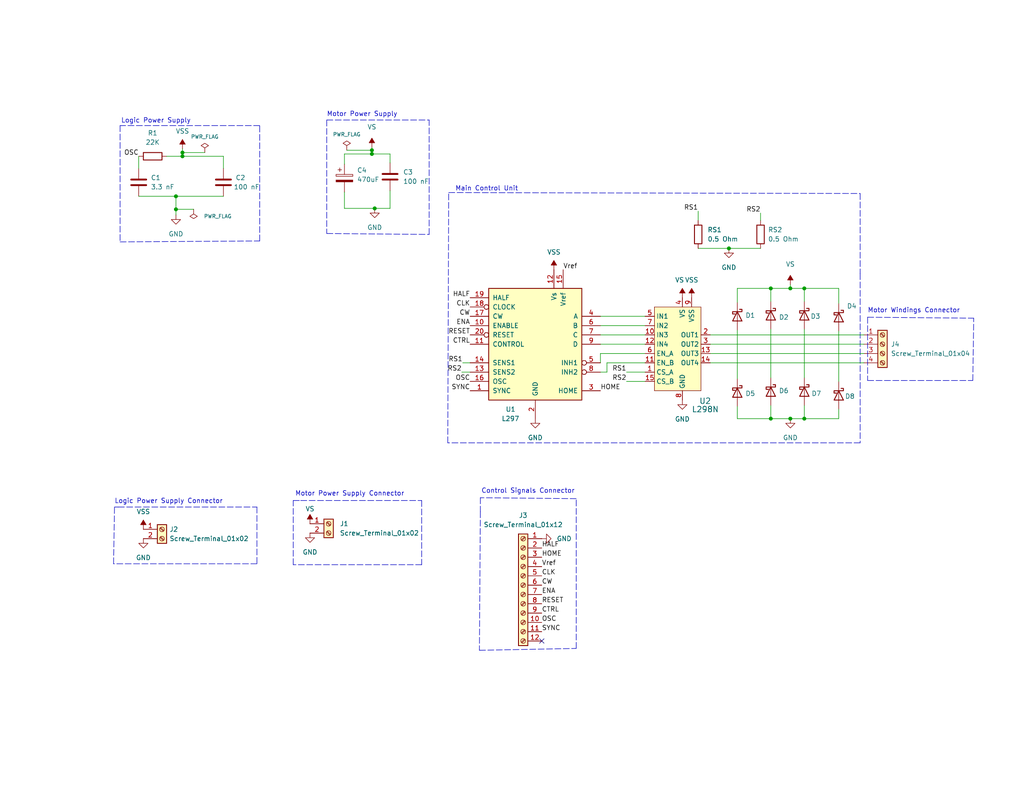
<source format=kicad_sch>
(kicad_sch (version 20211123) (generator eeschema)

  (uuid aac63b34-7caa-48e9-b55a-1bba3fc8d3b5)

  (paper "USLetter")

  (title_block
    (title "Two Phase Bipolar Stepper Motor")
    (date "2022-07-13")
    (rev "#1")
    (company "Caleb John")
  )

  (lib_symbols
    (symbol "Connector:Screw_Terminal_01x02" (pin_names (offset 1.016) hide) (in_bom yes) (on_board yes)
      (property "Reference" "J" (id 0) (at 0 2.54 0)
        (effects (font (size 1.27 1.27)))
      )
      (property "Value" "Screw_Terminal_01x02" (id 1) (at 0 -5.08 0)
        (effects (font (size 1.27 1.27)))
      )
      (property "Footprint" "" (id 2) (at 0 0 0)
        (effects (font (size 1.27 1.27)) hide)
      )
      (property "Datasheet" "~" (id 3) (at 0 0 0)
        (effects (font (size 1.27 1.27)) hide)
      )
      (property "ki_keywords" "screw terminal" (id 4) (at 0 0 0)
        (effects (font (size 1.27 1.27)) hide)
      )
      (property "ki_description" "Generic screw terminal, single row, 01x02, script generated (kicad-library-utils/schlib/autogen/connector/)" (id 5) (at 0 0 0)
        (effects (font (size 1.27 1.27)) hide)
      )
      (property "ki_fp_filters" "TerminalBlock*:*" (id 6) (at 0 0 0)
        (effects (font (size 1.27 1.27)) hide)
      )
      (symbol "Screw_Terminal_01x02_1_1"
        (rectangle (start -1.27 1.27) (end 1.27 -3.81)
          (stroke (width 0.254) (type default) (color 0 0 0 0))
          (fill (type background))
        )
        (circle (center 0 -2.54) (radius 0.635)
          (stroke (width 0.1524) (type default) (color 0 0 0 0))
          (fill (type none))
        )
        (polyline
          (pts
            (xy -0.5334 -2.2098)
            (xy 0.3302 -3.048)
          )
          (stroke (width 0.1524) (type default) (color 0 0 0 0))
          (fill (type none))
        )
        (polyline
          (pts
            (xy -0.5334 0.3302)
            (xy 0.3302 -0.508)
          )
          (stroke (width 0.1524) (type default) (color 0 0 0 0))
          (fill (type none))
        )
        (polyline
          (pts
            (xy -0.3556 -2.032)
            (xy 0.508 -2.8702)
          )
          (stroke (width 0.1524) (type default) (color 0 0 0 0))
          (fill (type none))
        )
        (polyline
          (pts
            (xy -0.3556 0.508)
            (xy 0.508 -0.3302)
          )
          (stroke (width 0.1524) (type default) (color 0 0 0 0))
          (fill (type none))
        )
        (circle (center 0 0) (radius 0.635)
          (stroke (width 0.1524) (type default) (color 0 0 0 0))
          (fill (type none))
        )
        (pin passive line (at -5.08 0 0) (length 3.81)
          (name "Pin_1" (effects (font (size 1.27 1.27))))
          (number "1" (effects (font (size 1.27 1.27))))
        )
        (pin passive line (at -5.08 -2.54 0) (length 3.81)
          (name "Pin_2" (effects (font (size 1.27 1.27))))
          (number "2" (effects (font (size 1.27 1.27))))
        )
      )
    )
    (symbol "Connector:Screw_Terminal_01x04" (pin_names (offset 1.016) hide) (in_bom yes) (on_board yes)
      (property "Reference" "J" (id 0) (at 0 5.08 0)
        (effects (font (size 1.27 1.27)))
      )
      (property "Value" "Screw_Terminal_01x04" (id 1) (at 0 -7.62 0)
        (effects (font (size 1.27 1.27)))
      )
      (property "Footprint" "" (id 2) (at 0 0 0)
        (effects (font (size 1.27 1.27)) hide)
      )
      (property "Datasheet" "~" (id 3) (at 0 0 0)
        (effects (font (size 1.27 1.27)) hide)
      )
      (property "ki_keywords" "screw terminal" (id 4) (at 0 0 0)
        (effects (font (size 1.27 1.27)) hide)
      )
      (property "ki_description" "Generic screw terminal, single row, 01x04, script generated (kicad-library-utils/schlib/autogen/connector/)" (id 5) (at 0 0 0)
        (effects (font (size 1.27 1.27)) hide)
      )
      (property "ki_fp_filters" "TerminalBlock*:*" (id 6) (at 0 0 0)
        (effects (font (size 1.27 1.27)) hide)
      )
      (symbol "Screw_Terminal_01x04_1_1"
        (rectangle (start -1.27 3.81) (end 1.27 -6.35)
          (stroke (width 0.254) (type default) (color 0 0 0 0))
          (fill (type background))
        )
        (circle (center 0 -5.08) (radius 0.635)
          (stroke (width 0.1524) (type default) (color 0 0 0 0))
          (fill (type none))
        )
        (circle (center 0 -2.54) (radius 0.635)
          (stroke (width 0.1524) (type default) (color 0 0 0 0))
          (fill (type none))
        )
        (polyline
          (pts
            (xy -0.5334 -4.7498)
            (xy 0.3302 -5.588)
          )
          (stroke (width 0.1524) (type default) (color 0 0 0 0))
          (fill (type none))
        )
        (polyline
          (pts
            (xy -0.5334 -2.2098)
            (xy 0.3302 -3.048)
          )
          (stroke (width 0.1524) (type default) (color 0 0 0 0))
          (fill (type none))
        )
        (polyline
          (pts
            (xy -0.5334 0.3302)
            (xy 0.3302 -0.508)
          )
          (stroke (width 0.1524) (type default) (color 0 0 0 0))
          (fill (type none))
        )
        (polyline
          (pts
            (xy -0.5334 2.8702)
            (xy 0.3302 2.032)
          )
          (stroke (width 0.1524) (type default) (color 0 0 0 0))
          (fill (type none))
        )
        (polyline
          (pts
            (xy -0.3556 -4.572)
            (xy 0.508 -5.4102)
          )
          (stroke (width 0.1524) (type default) (color 0 0 0 0))
          (fill (type none))
        )
        (polyline
          (pts
            (xy -0.3556 -2.032)
            (xy 0.508 -2.8702)
          )
          (stroke (width 0.1524) (type default) (color 0 0 0 0))
          (fill (type none))
        )
        (polyline
          (pts
            (xy -0.3556 0.508)
            (xy 0.508 -0.3302)
          )
          (stroke (width 0.1524) (type default) (color 0 0 0 0))
          (fill (type none))
        )
        (polyline
          (pts
            (xy -0.3556 3.048)
            (xy 0.508 2.2098)
          )
          (stroke (width 0.1524) (type default) (color 0 0 0 0))
          (fill (type none))
        )
        (circle (center 0 0) (radius 0.635)
          (stroke (width 0.1524) (type default) (color 0 0 0 0))
          (fill (type none))
        )
        (circle (center 0 2.54) (radius 0.635)
          (stroke (width 0.1524) (type default) (color 0 0 0 0))
          (fill (type none))
        )
        (pin passive line (at -5.08 2.54 0) (length 3.81)
          (name "Pin_1" (effects (font (size 1.27 1.27))))
          (number "1" (effects (font (size 1.27 1.27))))
        )
        (pin passive line (at -5.08 0 0) (length 3.81)
          (name "Pin_2" (effects (font (size 1.27 1.27))))
          (number "2" (effects (font (size 1.27 1.27))))
        )
        (pin passive line (at -5.08 -2.54 0) (length 3.81)
          (name "Pin_3" (effects (font (size 1.27 1.27))))
          (number "3" (effects (font (size 1.27 1.27))))
        )
        (pin passive line (at -5.08 -5.08 0) (length 3.81)
          (name "Pin_4" (effects (font (size 1.27 1.27))))
          (number "4" (effects (font (size 1.27 1.27))))
        )
      )
    )
    (symbol "Connector:Screw_Terminal_01x12" (pin_names (offset 1.016) hide) (in_bom yes) (on_board yes)
      (property "Reference" "J" (id 0) (at 0 15.24 0)
        (effects (font (size 1.27 1.27)))
      )
      (property "Value" "Screw_Terminal_01x12" (id 1) (at 0 -17.78 0)
        (effects (font (size 1.27 1.27)))
      )
      (property "Footprint" "" (id 2) (at 0 0 0)
        (effects (font (size 1.27 1.27)) hide)
      )
      (property "Datasheet" "~" (id 3) (at 0 0 0)
        (effects (font (size 1.27 1.27)) hide)
      )
      (property "ki_keywords" "screw terminal" (id 4) (at 0 0 0)
        (effects (font (size 1.27 1.27)) hide)
      )
      (property "ki_description" "Generic screw terminal, single row, 01x12, script generated (kicad-library-utils/schlib/autogen/connector/)" (id 5) (at 0 0 0)
        (effects (font (size 1.27 1.27)) hide)
      )
      (property "ki_fp_filters" "TerminalBlock*:*" (id 6) (at 0 0 0)
        (effects (font (size 1.27 1.27)) hide)
      )
      (symbol "Screw_Terminal_01x12_1_1"
        (rectangle (start -1.27 13.97) (end 1.27 -16.51)
          (stroke (width 0.254) (type default) (color 0 0 0 0))
          (fill (type background))
        )
        (circle (center 0 -15.24) (radius 0.635)
          (stroke (width 0.1524) (type default) (color 0 0 0 0))
          (fill (type none))
        )
        (circle (center 0 -12.7) (radius 0.635)
          (stroke (width 0.1524) (type default) (color 0 0 0 0))
          (fill (type none))
        )
        (circle (center 0 -10.16) (radius 0.635)
          (stroke (width 0.1524) (type default) (color 0 0 0 0))
          (fill (type none))
        )
        (circle (center 0 -7.62) (radius 0.635)
          (stroke (width 0.1524) (type default) (color 0 0 0 0))
          (fill (type none))
        )
        (circle (center 0 -5.08) (radius 0.635)
          (stroke (width 0.1524) (type default) (color 0 0 0 0))
          (fill (type none))
        )
        (circle (center 0 -2.54) (radius 0.635)
          (stroke (width 0.1524) (type default) (color 0 0 0 0))
          (fill (type none))
        )
        (polyline
          (pts
            (xy -0.5334 -14.9098)
            (xy 0.3302 -15.748)
          )
          (stroke (width 0.1524) (type default) (color 0 0 0 0))
          (fill (type none))
        )
        (polyline
          (pts
            (xy -0.5334 -12.3698)
            (xy 0.3302 -13.208)
          )
          (stroke (width 0.1524) (type default) (color 0 0 0 0))
          (fill (type none))
        )
        (polyline
          (pts
            (xy -0.5334 -9.8298)
            (xy 0.3302 -10.668)
          )
          (stroke (width 0.1524) (type default) (color 0 0 0 0))
          (fill (type none))
        )
        (polyline
          (pts
            (xy -0.5334 -7.2898)
            (xy 0.3302 -8.128)
          )
          (stroke (width 0.1524) (type default) (color 0 0 0 0))
          (fill (type none))
        )
        (polyline
          (pts
            (xy -0.5334 -4.7498)
            (xy 0.3302 -5.588)
          )
          (stroke (width 0.1524) (type default) (color 0 0 0 0))
          (fill (type none))
        )
        (polyline
          (pts
            (xy -0.5334 -2.2098)
            (xy 0.3302 -3.048)
          )
          (stroke (width 0.1524) (type default) (color 0 0 0 0))
          (fill (type none))
        )
        (polyline
          (pts
            (xy -0.5334 0.3302)
            (xy 0.3302 -0.508)
          )
          (stroke (width 0.1524) (type default) (color 0 0 0 0))
          (fill (type none))
        )
        (polyline
          (pts
            (xy -0.5334 2.8702)
            (xy 0.3302 2.032)
          )
          (stroke (width 0.1524) (type default) (color 0 0 0 0))
          (fill (type none))
        )
        (polyline
          (pts
            (xy -0.5334 5.4102)
            (xy 0.3302 4.572)
          )
          (stroke (width 0.1524) (type default) (color 0 0 0 0))
          (fill (type none))
        )
        (polyline
          (pts
            (xy -0.5334 7.9502)
            (xy 0.3302 7.112)
          )
          (stroke (width 0.1524) (type default) (color 0 0 0 0))
          (fill (type none))
        )
        (polyline
          (pts
            (xy -0.5334 10.4902)
            (xy 0.3302 9.652)
          )
          (stroke (width 0.1524) (type default) (color 0 0 0 0))
          (fill (type none))
        )
        (polyline
          (pts
            (xy -0.5334 13.0302)
            (xy 0.3302 12.192)
          )
          (stroke (width 0.1524) (type default) (color 0 0 0 0))
          (fill (type none))
        )
        (polyline
          (pts
            (xy -0.3556 -14.732)
            (xy 0.508 -15.5702)
          )
          (stroke (width 0.1524) (type default) (color 0 0 0 0))
          (fill (type none))
        )
        (polyline
          (pts
            (xy -0.3556 -12.192)
            (xy 0.508 -13.0302)
          )
          (stroke (width 0.1524) (type default) (color 0 0 0 0))
          (fill (type none))
        )
        (polyline
          (pts
            (xy -0.3556 -9.652)
            (xy 0.508 -10.4902)
          )
          (stroke (width 0.1524) (type default) (color 0 0 0 0))
          (fill (type none))
        )
        (polyline
          (pts
            (xy -0.3556 -7.112)
            (xy 0.508 -7.9502)
          )
          (stroke (width 0.1524) (type default) (color 0 0 0 0))
          (fill (type none))
        )
        (polyline
          (pts
            (xy -0.3556 -4.572)
            (xy 0.508 -5.4102)
          )
          (stroke (width 0.1524) (type default) (color 0 0 0 0))
          (fill (type none))
        )
        (polyline
          (pts
            (xy -0.3556 -2.032)
            (xy 0.508 -2.8702)
          )
          (stroke (width 0.1524) (type default) (color 0 0 0 0))
          (fill (type none))
        )
        (polyline
          (pts
            (xy -0.3556 0.508)
            (xy 0.508 -0.3302)
          )
          (stroke (width 0.1524) (type default) (color 0 0 0 0))
          (fill (type none))
        )
        (polyline
          (pts
            (xy -0.3556 3.048)
            (xy 0.508 2.2098)
          )
          (stroke (width 0.1524) (type default) (color 0 0 0 0))
          (fill (type none))
        )
        (polyline
          (pts
            (xy -0.3556 5.588)
            (xy 0.508 4.7498)
          )
          (stroke (width 0.1524) (type default) (color 0 0 0 0))
          (fill (type none))
        )
        (polyline
          (pts
            (xy -0.3556 8.128)
            (xy 0.508 7.2898)
          )
          (stroke (width 0.1524) (type default) (color 0 0 0 0))
          (fill (type none))
        )
        (polyline
          (pts
            (xy -0.3556 10.668)
            (xy 0.508 9.8298)
          )
          (stroke (width 0.1524) (type default) (color 0 0 0 0))
          (fill (type none))
        )
        (polyline
          (pts
            (xy -0.3556 13.208)
            (xy 0.508 12.3698)
          )
          (stroke (width 0.1524) (type default) (color 0 0 0 0))
          (fill (type none))
        )
        (circle (center 0 0) (radius 0.635)
          (stroke (width 0.1524) (type default) (color 0 0 0 0))
          (fill (type none))
        )
        (circle (center 0 2.54) (radius 0.635)
          (stroke (width 0.1524) (type default) (color 0 0 0 0))
          (fill (type none))
        )
        (circle (center 0 5.08) (radius 0.635)
          (stroke (width 0.1524) (type default) (color 0 0 0 0))
          (fill (type none))
        )
        (circle (center 0 7.62) (radius 0.635)
          (stroke (width 0.1524) (type default) (color 0 0 0 0))
          (fill (type none))
        )
        (circle (center 0 10.16) (radius 0.635)
          (stroke (width 0.1524) (type default) (color 0 0 0 0))
          (fill (type none))
        )
        (circle (center 0 12.7) (radius 0.635)
          (stroke (width 0.1524) (type default) (color 0 0 0 0))
          (fill (type none))
        )
        (pin passive line (at -5.08 12.7 0) (length 3.81)
          (name "Pin_1" (effects (font (size 1.27 1.27))))
          (number "1" (effects (font (size 1.27 1.27))))
        )
        (pin passive line (at -5.08 -10.16 0) (length 3.81)
          (name "Pin_10" (effects (font (size 1.27 1.27))))
          (number "10" (effects (font (size 1.27 1.27))))
        )
        (pin passive line (at -5.08 -12.7 0) (length 3.81)
          (name "Pin_11" (effects (font (size 1.27 1.27))))
          (number "11" (effects (font (size 1.27 1.27))))
        )
        (pin passive line (at -5.08 -15.24 0) (length 3.81)
          (name "Pin_12" (effects (font (size 1.27 1.27))))
          (number "12" (effects (font (size 1.27 1.27))))
        )
        (pin passive line (at -5.08 10.16 0) (length 3.81)
          (name "Pin_2" (effects (font (size 1.27 1.27))))
          (number "2" (effects (font (size 1.27 1.27))))
        )
        (pin passive line (at -5.08 7.62 0) (length 3.81)
          (name "Pin_3" (effects (font (size 1.27 1.27))))
          (number "3" (effects (font (size 1.27 1.27))))
        )
        (pin passive line (at -5.08 5.08 0) (length 3.81)
          (name "Pin_4" (effects (font (size 1.27 1.27))))
          (number "4" (effects (font (size 1.27 1.27))))
        )
        (pin passive line (at -5.08 2.54 0) (length 3.81)
          (name "Pin_5" (effects (font (size 1.27 1.27))))
          (number "5" (effects (font (size 1.27 1.27))))
        )
        (pin passive line (at -5.08 0 0) (length 3.81)
          (name "Pin_6" (effects (font (size 1.27 1.27))))
          (number "6" (effects (font (size 1.27 1.27))))
        )
        (pin passive line (at -5.08 -2.54 0) (length 3.81)
          (name "Pin_7" (effects (font (size 1.27 1.27))))
          (number "7" (effects (font (size 1.27 1.27))))
        )
        (pin passive line (at -5.08 -5.08 0) (length 3.81)
          (name "Pin_8" (effects (font (size 1.27 1.27))))
          (number "8" (effects (font (size 1.27 1.27))))
        )
        (pin passive line (at -5.08 -7.62 0) (length 3.81)
          (name "Pin_9" (effects (font (size 1.27 1.27))))
          (number "9" (effects (font (size 1.27 1.27))))
        )
      )
    )
    (symbol "Device:C" (pin_numbers hide) (pin_names (offset 0.254)) (in_bom yes) (on_board yes)
      (property "Reference" "C" (id 0) (at 0.635 2.54 0)
        (effects (font (size 1.27 1.27)) (justify left))
      )
      (property "Value" "C" (id 1) (at 0.635 -2.54 0)
        (effects (font (size 1.27 1.27)) (justify left))
      )
      (property "Footprint" "" (id 2) (at 0.9652 -3.81 0)
        (effects (font (size 1.27 1.27)) hide)
      )
      (property "Datasheet" "~" (id 3) (at 0 0 0)
        (effects (font (size 1.27 1.27)) hide)
      )
      (property "ki_keywords" "cap capacitor" (id 4) (at 0 0 0)
        (effects (font (size 1.27 1.27)) hide)
      )
      (property "ki_description" "Unpolarized capacitor" (id 5) (at 0 0 0)
        (effects (font (size 1.27 1.27)) hide)
      )
      (property "ki_fp_filters" "C_*" (id 6) (at 0 0 0)
        (effects (font (size 1.27 1.27)) hide)
      )
      (symbol "C_0_1"
        (polyline
          (pts
            (xy -2.032 -0.762)
            (xy 2.032 -0.762)
          )
          (stroke (width 0.508) (type default) (color 0 0 0 0))
          (fill (type none))
        )
        (polyline
          (pts
            (xy -2.032 0.762)
            (xy 2.032 0.762)
          )
          (stroke (width 0.508) (type default) (color 0 0 0 0))
          (fill (type none))
        )
      )
      (symbol "C_1_1"
        (pin passive line (at 0 3.81 270) (length 2.794)
          (name "~" (effects (font (size 1.27 1.27))))
          (number "1" (effects (font (size 1.27 1.27))))
        )
        (pin passive line (at 0 -3.81 90) (length 2.794)
          (name "~" (effects (font (size 1.27 1.27))))
          (number "2" (effects (font (size 1.27 1.27))))
        )
      )
    )
    (symbol "Device:C_Polarized" (pin_numbers hide) (pin_names (offset 0.254)) (in_bom yes) (on_board yes)
      (property "Reference" "C" (id 0) (at 0.635 2.54 0)
        (effects (font (size 1.27 1.27)) (justify left))
      )
      (property "Value" "C_Polarized" (id 1) (at 0.635 -2.54 0)
        (effects (font (size 1.27 1.27)) (justify left))
      )
      (property "Footprint" "" (id 2) (at 0.9652 -3.81 0)
        (effects (font (size 1.27 1.27)) hide)
      )
      (property "Datasheet" "~" (id 3) (at 0 0 0)
        (effects (font (size 1.27 1.27)) hide)
      )
      (property "ki_keywords" "cap capacitor" (id 4) (at 0 0 0)
        (effects (font (size 1.27 1.27)) hide)
      )
      (property "ki_description" "Polarized capacitor" (id 5) (at 0 0 0)
        (effects (font (size 1.27 1.27)) hide)
      )
      (property "ki_fp_filters" "CP_*" (id 6) (at 0 0 0)
        (effects (font (size 1.27 1.27)) hide)
      )
      (symbol "C_Polarized_0_1"
        (rectangle (start -2.286 0.508) (end 2.286 1.016)
          (stroke (width 0) (type default) (color 0 0 0 0))
          (fill (type none))
        )
        (polyline
          (pts
            (xy -1.778 2.286)
            (xy -0.762 2.286)
          )
          (stroke (width 0) (type default) (color 0 0 0 0))
          (fill (type none))
        )
        (polyline
          (pts
            (xy -1.27 2.794)
            (xy -1.27 1.778)
          )
          (stroke (width 0) (type default) (color 0 0 0 0))
          (fill (type none))
        )
        (rectangle (start 2.286 -0.508) (end -2.286 -1.016)
          (stroke (width 0) (type default) (color 0 0 0 0))
          (fill (type outline))
        )
      )
      (symbol "C_Polarized_1_1"
        (pin passive line (at 0 3.81 270) (length 2.794)
          (name "~" (effects (font (size 1.27 1.27))))
          (number "1" (effects (font (size 1.27 1.27))))
        )
        (pin passive line (at 0 -3.81 90) (length 2.794)
          (name "~" (effects (font (size 1.27 1.27))))
          (number "2" (effects (font (size 1.27 1.27))))
        )
      )
    )
    (symbol "Device:D_Schottky" (pin_numbers hide) (pin_names (offset 1.016) hide) (in_bom yes) (on_board yes)
      (property "Reference" "D" (id 0) (at 0 2.54 0)
        (effects (font (size 1.27 1.27)))
      )
      (property "Value" "D_Schottky" (id 1) (at 0 -2.54 0)
        (effects (font (size 1.27 1.27)))
      )
      (property "Footprint" "" (id 2) (at 0 0 0)
        (effects (font (size 1.27 1.27)) hide)
      )
      (property "Datasheet" "~" (id 3) (at 0 0 0)
        (effects (font (size 1.27 1.27)) hide)
      )
      (property "ki_keywords" "diode Schottky" (id 4) (at 0 0 0)
        (effects (font (size 1.27 1.27)) hide)
      )
      (property "ki_description" "Schottky diode" (id 5) (at 0 0 0)
        (effects (font (size 1.27 1.27)) hide)
      )
      (property "ki_fp_filters" "TO-???* *_Diode_* *SingleDiode* D_*" (id 6) (at 0 0 0)
        (effects (font (size 1.27 1.27)) hide)
      )
      (symbol "D_Schottky_0_1"
        (polyline
          (pts
            (xy 1.27 0)
            (xy -1.27 0)
          )
          (stroke (width 0) (type default) (color 0 0 0 0))
          (fill (type none))
        )
        (polyline
          (pts
            (xy 1.27 1.27)
            (xy 1.27 -1.27)
            (xy -1.27 0)
            (xy 1.27 1.27)
          )
          (stroke (width 0.254) (type default) (color 0 0 0 0))
          (fill (type none))
        )
        (polyline
          (pts
            (xy -1.905 0.635)
            (xy -1.905 1.27)
            (xy -1.27 1.27)
            (xy -1.27 -1.27)
            (xy -0.635 -1.27)
            (xy -0.635 -0.635)
          )
          (stroke (width 0.254) (type default) (color 0 0 0 0))
          (fill (type none))
        )
      )
      (symbol "D_Schottky_1_1"
        (pin passive line (at -3.81 0 0) (length 2.54)
          (name "K" (effects (font (size 1.27 1.27))))
          (number "1" (effects (font (size 1.27 1.27))))
        )
        (pin passive line (at 3.81 0 180) (length 2.54)
          (name "A" (effects (font (size 1.27 1.27))))
          (number "2" (effects (font (size 1.27 1.27))))
        )
      )
    )
    (symbol "Device:R" (pin_numbers hide) (pin_names (offset 0)) (in_bom yes) (on_board yes)
      (property "Reference" "R" (id 0) (at 2.032 0 90)
        (effects (font (size 1.27 1.27)))
      )
      (property "Value" "R" (id 1) (at 0 0 90)
        (effects (font (size 1.27 1.27)))
      )
      (property "Footprint" "" (id 2) (at -1.778 0 90)
        (effects (font (size 1.27 1.27)) hide)
      )
      (property "Datasheet" "~" (id 3) (at 0 0 0)
        (effects (font (size 1.27 1.27)) hide)
      )
      (property "ki_keywords" "R res resistor" (id 4) (at 0 0 0)
        (effects (font (size 1.27 1.27)) hide)
      )
      (property "ki_description" "Resistor" (id 5) (at 0 0 0)
        (effects (font (size 1.27 1.27)) hide)
      )
      (property "ki_fp_filters" "R_*" (id 6) (at 0 0 0)
        (effects (font (size 1.27 1.27)) hide)
      )
      (symbol "R_0_1"
        (rectangle (start -1.016 -2.54) (end 1.016 2.54)
          (stroke (width 0.254) (type default) (color 0 0 0 0))
          (fill (type none))
        )
      )
      (symbol "R_1_1"
        (pin passive line (at 0 3.81 270) (length 1.27)
          (name "~" (effects (font (size 1.27 1.27))))
          (number "1" (effects (font (size 1.27 1.27))))
        )
        (pin passive line (at 0 -3.81 90) (length 1.27)
          (name "~" (effects (font (size 1.27 1.27))))
          (number "2" (effects (font (size 1.27 1.27))))
        )
      )
    )
    (symbol "Driver_Motor:L297" (pin_names (offset 1.016)) (in_bom yes) (on_board yes)
      (property "Reference" "U" (id 0) (at -6.35 19.05 0)
        (effects (font (size 1.27 1.27)))
      )
      (property "Value" "L297" (id 1) (at -6.35 16.51 0)
        (effects (font (size 1.27 1.27)))
      )
      (property "Footprint" "" (id 2) (at -6.35 16.51 0)
        (effects (font (size 1.27 1.27)) hide)
      )
      (property "Datasheet" "www.st.com/resource/en/datasheet/cd00000063.pdf" (id 3) (at -6.35 16.51 0)
        (effects (font (size 1.27 1.27)) hide)
      )
      (property "ki_keywords" "Stepper Motor Controller" (id 4) (at 0 0 0)
        (effects (font (size 1.27 1.27)) hide)
      )
      (property "ki_description" "Stepper Motor Controller, DIP-20/SO-20" (id 5) (at 0 0 0)
        (effects (font (size 1.27 1.27)) hide)
      )
      (property "ki_fp_filters" "DIP* SO*" (id 6) (at 0 0 0)
        (effects (font (size 1.27 1.27)) hide)
      )
      (symbol "L297_0_1"
        (rectangle (start -12.7 15.24) (end 12.7 -15.24)
          (stroke (width 0.254) (type default) (color 0 0 0 0))
          (fill (type background))
        )
      )
      (symbol "L297_1_0"
        (pin input line (at -17.78 0 0) (length 5.08)
          (name "CONTROL" (effects (font (size 1.27 1.27))))
          (number "11" (effects (font (size 1.27 1.27))))
        )
        (pin power_in line (at 5.08 20.32 270) (length 5.08)
          (name "Vs" (effects (font (size 1.27 1.27))))
          (number "12" (effects (font (size 1.27 1.27))))
        )
        (pin input line (at -17.78 -7.62 0) (length 5.08)
          (name "SENS2" (effects (font (size 1.27 1.27))))
          (number "13" (effects (font (size 1.27 1.27))))
        )
        (pin input line (at -17.78 -5.08 0) (length 5.08)
          (name "SENS1" (effects (font (size 1.27 1.27))))
          (number "14" (effects (font (size 1.27 1.27))))
        )
        (pin input line (at 7.62 20.32 270) (length 5.08)
          (name "Vref" (effects (font (size 1.27 1.27))))
          (number "15" (effects (font (size 1.27 1.27))))
        )
        (pin input line (at -17.78 -10.16 0) (length 5.08)
          (name "OSC" (effects (font (size 1.27 1.27))))
          (number "16" (effects (font (size 1.27 1.27))))
        )
        (pin input line (at -17.78 7.62 0) (length 5.08)
          (name "CW" (effects (font (size 1.27 1.27))))
          (number "17" (effects (font (size 1.27 1.27))))
        )
        (pin input inverted (at -17.78 10.16 0) (length 5.08)
          (name "CLOCK" (effects (font (size 1.27 1.27))))
          (number "18" (effects (font (size 1.27 1.27))))
        )
        (pin input line (at -17.78 12.7 0) (length 5.08)
          (name "HALF" (effects (font (size 1.27 1.27))))
          (number "19" (effects (font (size 1.27 1.27))))
        )
        (pin input inverted (at -17.78 2.54 0) (length 5.08)
          (name "RESET" (effects (font (size 1.27 1.27))))
          (number "20" (effects (font (size 1.27 1.27))))
        )
      )
      (symbol "L297_1_1"
        (pin bidirectional line (at -17.78 -12.7 0) (length 5.08)
          (name "SYNC" (effects (font (size 1.27 1.27))))
          (number "1" (effects (font (size 1.27 1.27))))
        )
        (pin input line (at -17.78 5.08 0) (length 5.08)
          (name "ENABLE" (effects (font (size 1.27 1.27))))
          (number "10" (effects (font (size 1.27 1.27))))
        )
        (pin power_in line (at 0 -20.32 90) (length 5.08)
          (name "GND" (effects (font (size 1.27 1.27))))
          (number "2" (effects (font (size 1.27 1.27))))
        )
        (pin open_collector line (at 17.78 -12.7 180) (length 5.08)
          (name "HOME" (effects (font (size 1.27 1.27))))
          (number "3" (effects (font (size 1.27 1.27))))
        )
        (pin output line (at 17.78 7.62 180) (length 5.08)
          (name "A" (effects (font (size 1.27 1.27))))
          (number "4" (effects (font (size 1.27 1.27))))
        )
        (pin output inverted (at 17.78 -5.08 180) (length 5.08)
          (name "INH1" (effects (font (size 1.27 1.27))))
          (number "5" (effects (font (size 1.27 1.27))))
        )
        (pin output line (at 17.78 5.08 180) (length 5.08)
          (name "B" (effects (font (size 1.27 1.27))))
          (number "6" (effects (font (size 1.27 1.27))))
        )
        (pin output line (at 17.78 2.54 180) (length 5.08)
          (name "C" (effects (font (size 1.27 1.27))))
          (number "7" (effects (font (size 1.27 1.27))))
        )
        (pin output inverted (at 17.78 -7.62 180) (length 5.08)
          (name "INH2" (effects (font (size 1.27 1.27))))
          (number "8" (effects (font (size 1.27 1.27))))
        )
        (pin output line (at 17.78 0 180) (length 5.08)
          (name "D" (effects (font (size 1.27 1.27))))
          (number "9" (effects (font (size 1.27 1.27))))
        )
      )
    )
    (symbol "dk_PMIC-Full-Half-Bridge-Drivers:L298N" (in_bom yes) (on_board yes)
      (property "Reference" "U" (id 0) (at -5.08 8.89 0)
        (effects (font (size 1.524 1.524)))
      )
      (property "Value" "L298N" (id 1) (at -2.54 11.43 0)
        (effects (font (size 1.524 1.524)) (justify right))
      )
      (property "Footprint" "digikey-footprints:Multiwatt-15" (id 2) (at 5.08 5.08 0)
        (effects (font (size 1.524 1.524)) (justify left) hide)
      )
      (property "Datasheet" "http://www.st.com/content/ccc/resource/technical/document/datasheet/82/cc/3f/39/0a/29/4d/f0/CD00000240.pdf/files/CD00000240.pdf/jcr:content/translations/en.CD00000240.pdf" (id 3) (at 5.08 7.62 0)
        (effects (font (size 1.524 1.524)) (justify left) hide)
      )
      (property "Digi-Key_PN" "497-1395-5-ND" (id 4) (at 5.08 10.16 0)
        (effects (font (size 1.524 1.524)) (justify left) hide)
      )
      (property "MPN" "L298N" (id 5) (at 5.08 12.7 0)
        (effects (font (size 1.524 1.524)) (justify left) hide)
      )
      (property "Category" "Integrated Circuits (ICs)" (id 6) (at 5.08 15.24 0)
        (effects (font (size 1.524 1.524)) (justify left) hide)
      )
      (property "Family" "PMIC - Full, Half-Bridge Drivers" (id 7) (at 5.08 17.78 0)
        (effects (font (size 1.524 1.524)) (justify left) hide)
      )
      (property "DK_Datasheet_Link" "http://www.st.com/content/ccc/resource/technical/document/datasheet/82/cc/3f/39/0a/29/4d/f0/CD00000240.pdf/files/CD00000240.pdf/jcr:content/translations/en.CD00000240.pdf" (id 8) (at 5.08 20.32 0)
        (effects (font (size 1.524 1.524)) (justify left) hide)
      )
      (property "DK_Detail_Page" "/product-detail/en/stmicroelectronics/L298N/497-1395-5-ND/585918" (id 9) (at 5.08 22.86 0)
        (effects (font (size 1.524 1.524)) (justify left) hide)
      )
      (property "Description" "IC BRIDGE DRIVER PAR 15MULTIWATT" (id 10) (at 5.08 25.4 0)
        (effects (font (size 1.524 1.524)) (justify left) hide)
      )
      (property "Manufacturer" "STMicroelectronics" (id 11) (at 5.08 27.94 0)
        (effects (font (size 1.524 1.524)) (justify left) hide)
      )
      (property "Status" "Active" (id 12) (at 5.08 30.48 0)
        (effects (font (size 1.524 1.524)) (justify left) hide)
      )
      (property "ki_keywords" "497-1395-5-ND" (id 13) (at 0 0 0)
        (effects (font (size 1.27 1.27)) hide)
      )
      (property "ki_description" "IC BRIDGE DRIVER PAR 15MULTIWATT" (id 14) (at 0 0 0)
        (effects (font (size 1.27 1.27)) hide)
      )
      (symbol "L298N_0_1"
        (rectangle (start -7.62 7.62) (end 5.08 -15.24)
          (stroke (width 0) (type default) (color 0 0 0 0))
          (fill (type background))
        )
      )
      (symbol "L298N_1_1"
        (pin input line (at -10.16 -10.16 0) (length 2.54)
          (name "CS_A" (effects (font (size 1.27 1.27))))
          (number "1" (effects (font (size 1.27 1.27))))
        )
        (pin input line (at -10.16 0 0) (length 2.54)
          (name "IN3" (effects (font (size 1.27 1.27))))
          (number "10" (effects (font (size 1.27 1.27))))
        )
        (pin input line (at -10.16 -7.62 0) (length 2.54)
          (name "EN_B" (effects (font (size 1.27 1.27))))
          (number "11" (effects (font (size 1.27 1.27))))
        )
        (pin input line (at -10.16 -2.54 0) (length 2.54)
          (name "IN4" (effects (font (size 1.27 1.27))))
          (number "12" (effects (font (size 1.27 1.27))))
        )
        (pin output line (at 7.62 -5.08 180) (length 2.54)
          (name "OUT3" (effects (font (size 1.27 1.27))))
          (number "13" (effects (font (size 1.27 1.27))))
        )
        (pin output line (at 7.62 -7.62 180) (length 2.54)
          (name "OUT4" (effects (font (size 1.27 1.27))))
          (number "14" (effects (font (size 1.27 1.27))))
        )
        (pin input line (at -10.16 -12.7 0) (length 2.54)
          (name "CS_B" (effects (font (size 1.27 1.27))))
          (number "15" (effects (font (size 1.27 1.27))))
        )
        (pin output line (at 7.62 0 180) (length 2.54)
          (name "OUT1" (effects (font (size 1.27 1.27))))
          (number "2" (effects (font (size 1.27 1.27))))
        )
        (pin output line (at 7.62 -2.54 180) (length 2.54)
          (name "OUT2" (effects (font (size 1.27 1.27))))
          (number "3" (effects (font (size 1.27 1.27))))
        )
        (pin power_in line (at 0 10.16 270) (length 2.54)
          (name "VS" (effects (font (size 1.27 1.27))))
          (number "4" (effects (font (size 1.27 1.27))))
        )
        (pin input line (at -10.16 5.08 0) (length 2.54)
          (name "IN1" (effects (font (size 1.27 1.27))))
          (number "5" (effects (font (size 1.27 1.27))))
        )
        (pin input line (at -10.16 -5.08 0) (length 2.54)
          (name "EN_A" (effects (font (size 1.27 1.27))))
          (number "6" (effects (font (size 1.27 1.27))))
        )
        (pin input line (at -10.16 2.54 0) (length 2.54)
          (name "IN2" (effects (font (size 1.27 1.27))))
          (number "7" (effects (font (size 1.27 1.27))))
        )
        (pin power_in line (at 0 -17.78 90) (length 2.54)
          (name "GND" (effects (font (size 1.27 1.27))))
          (number "8" (effects (font (size 1.27 1.27))))
        )
        (pin power_in line (at 2.54 10.16 270) (length 2.54)
          (name "VSS" (effects (font (size 1.27 1.27))))
          (number "9" (effects (font (size 1.27 1.27))))
        )
      )
    )
    (symbol "power:GND" (power) (pin_names (offset 0)) (in_bom yes) (on_board yes)
      (property "Reference" "#PWR" (id 0) (at 0 -6.35 0)
        (effects (font (size 1.27 1.27)) hide)
      )
      (property "Value" "GND" (id 1) (at 0 -3.81 0)
        (effects (font (size 1.27 1.27)))
      )
      (property "Footprint" "" (id 2) (at 0 0 0)
        (effects (font (size 1.27 1.27)) hide)
      )
      (property "Datasheet" "" (id 3) (at 0 0 0)
        (effects (font (size 1.27 1.27)) hide)
      )
      (property "ki_keywords" "power-flag" (id 4) (at 0 0 0)
        (effects (font (size 1.27 1.27)) hide)
      )
      (property "ki_description" "Power symbol creates a global label with name \"GND\" , ground" (id 5) (at 0 0 0)
        (effects (font (size 1.27 1.27)) hide)
      )
      (symbol "GND_0_1"
        (polyline
          (pts
            (xy 0 0)
            (xy 0 -1.27)
            (xy 1.27 -1.27)
            (xy 0 -2.54)
            (xy -1.27 -1.27)
            (xy 0 -1.27)
          )
          (stroke (width 0) (type default) (color 0 0 0 0))
          (fill (type none))
        )
      )
      (symbol "GND_1_1"
        (pin power_in line (at 0 0 270) (length 0) hide
          (name "GND" (effects (font (size 1.27 1.27))))
          (number "1" (effects (font (size 1.27 1.27))))
        )
      )
    )
    (symbol "power:PWR_FLAG" (power) (pin_numbers hide) (pin_names (offset 0) hide) (in_bom yes) (on_board yes)
      (property "Reference" "#FLG" (id 0) (at 0 1.905 0)
        (effects (font (size 1.27 1.27)) hide)
      )
      (property "Value" "PWR_FLAG" (id 1) (at 0 3.81 0)
        (effects (font (size 1.27 1.27)))
      )
      (property "Footprint" "" (id 2) (at 0 0 0)
        (effects (font (size 1.27 1.27)) hide)
      )
      (property "Datasheet" "~" (id 3) (at 0 0 0)
        (effects (font (size 1.27 1.27)) hide)
      )
      (property "ki_keywords" "power-flag" (id 4) (at 0 0 0)
        (effects (font (size 1.27 1.27)) hide)
      )
      (property "ki_description" "Special symbol for telling ERC where power comes from" (id 5) (at 0 0 0)
        (effects (font (size 1.27 1.27)) hide)
      )
      (symbol "PWR_FLAG_0_0"
        (pin power_out line (at 0 0 90) (length 0)
          (name "pwr" (effects (font (size 1.27 1.27))))
          (number "1" (effects (font (size 1.27 1.27))))
        )
      )
      (symbol "PWR_FLAG_0_1"
        (polyline
          (pts
            (xy 0 0)
            (xy 0 1.27)
            (xy -1.016 1.905)
            (xy 0 2.54)
            (xy 1.016 1.905)
            (xy 0 1.27)
          )
          (stroke (width 0) (type default) (color 0 0 0 0))
          (fill (type none))
        )
      )
    )
    (symbol "power:VS" (power) (pin_names (offset 0)) (in_bom yes) (on_board yes)
      (property "Reference" "#PWR" (id 0) (at -5.08 -3.81 0)
        (effects (font (size 1.27 1.27)) hide)
      )
      (property "Value" "VS" (id 1) (at 0 3.81 0)
        (effects (font (size 1.27 1.27)))
      )
      (property "Footprint" "" (id 2) (at 0 0 0)
        (effects (font (size 1.27 1.27)) hide)
      )
      (property "Datasheet" "" (id 3) (at 0 0 0)
        (effects (font (size 1.27 1.27)) hide)
      )
      (property "ki_keywords" "power-flag" (id 4) (at 0 0 0)
        (effects (font (size 1.27 1.27)) hide)
      )
      (property "ki_description" "Power symbol creates a global label with name \"VS\"" (id 5) (at 0 0 0)
        (effects (font (size 1.27 1.27)) hide)
      )
      (symbol "VS_0_1"
        (polyline
          (pts
            (xy 0 0)
            (xy 0 2.54)
          )
          (stroke (width 0) (type default) (color 0 0 0 0))
          (fill (type none))
        )
        (polyline
          (pts
            (xy 0.762 1.27)
            (xy -0.762 1.27)
            (xy 0 2.54)
            (xy 0.762 1.27)
          )
          (stroke (width 0) (type default) (color 0 0 0 0))
          (fill (type outline))
        )
      )
      (symbol "VS_1_1"
        (pin power_in line (at 0 0 90) (length 0) hide
          (name "VS" (effects (font (size 1.27 1.27))))
          (number "1" (effects (font (size 1.27 1.27))))
        )
      )
    )
    (symbol "power:VSS" (power) (pin_names (offset 0)) (in_bom yes) (on_board yes)
      (property "Reference" "#PWR" (id 0) (at 0 -3.81 0)
        (effects (font (size 1.27 1.27)) hide)
      )
      (property "Value" "VSS" (id 1) (at 0 3.81 0)
        (effects (font (size 1.27 1.27)))
      )
      (property "Footprint" "" (id 2) (at 0 0 0)
        (effects (font (size 1.27 1.27)) hide)
      )
      (property "Datasheet" "" (id 3) (at 0 0 0)
        (effects (font (size 1.27 1.27)) hide)
      )
      (property "ki_keywords" "power-flag" (id 4) (at 0 0 0)
        (effects (font (size 1.27 1.27)) hide)
      )
      (property "ki_description" "Power symbol creates a global label with name \"VSS\"" (id 5) (at 0 0 0)
        (effects (font (size 1.27 1.27)) hide)
      )
      (symbol "VSS_0_1"
        (polyline
          (pts
            (xy 0 0)
            (xy 0 2.54)
          )
          (stroke (width 0) (type default) (color 0 0 0 0))
          (fill (type none))
        )
        (polyline
          (pts
            (xy 0.762 1.27)
            (xy -0.762 1.27)
            (xy 0 2.54)
            (xy 0.762 1.27)
          )
          (stroke (width 0) (type default) (color 0 0 0 0))
          (fill (type outline))
        )
      )
      (symbol "VSS_1_1"
        (pin power_in line (at 0 0 90) (length 0) hide
          (name "VSS" (effects (font (size 1.27 1.27))))
          (number "1" (effects (font (size 1.27 1.27))))
        )
      )
    )
  )

  (junction (at 101.473 42.037) (diameter 0) (color 0 0 0 0)
    (uuid 066cd7ea-e177-453d-abc1-2b9b6817543c)
  )
  (junction (at 215.646 78.74) (diameter 0) (color 0 0 0 0)
    (uuid 1953c19c-33ca-4930-b57d-2918ff0b9031)
  )
  (junction (at 49.784 41.656) (diameter 0) (color 0 0 0 0)
    (uuid 3a5f924e-7983-4519-bcfb-6e18c2f98686)
  )
  (junction (at 102.235 56.896) (diameter 0) (color 0 0 0 0)
    (uuid 4253016f-986f-4185-a26e-df8d5c3534cf)
  )
  (junction (at 198.882 67.818) (diameter 0) (color 0 0 0 0)
    (uuid 66983d76-69df-4484-918e-b0cc1ba521dc)
  )
  (junction (at 219.456 78.74) (diameter 0) (color 0 0 0 0)
    (uuid 6dcdd17e-058c-435f-97c6-0d8ad499258c)
  )
  (junction (at 101.473 41.021) (diameter 0) (color 0 0 0 0)
    (uuid 8032f515-b4ed-4c59-a794-5bf030589619)
  )
  (junction (at 219.456 114.3) (diameter 0) (color 0 0 0 0)
    (uuid aec53831-a474-4abd-86b8-60ad612868be)
  )
  (junction (at 215.646 114.3) (diameter 0) (color 0 0 0 0)
    (uuid c8add2bd-b2bf-4f48-81f2-4abbc22a451d)
  )
  (junction (at 48.006 57.15) (diameter 0) (color 0 0 0 0)
    (uuid d218d45c-6563-41f9-b4d9-ec971dda08b1)
  )
  (junction (at 210.312 78.74) (diameter 0) (color 0 0 0 0)
    (uuid d78d1795-2654-40d8-897e-813d68e48f67)
  )
  (junction (at 48.006 53.594) (diameter 0) (color 0 0 0 0)
    (uuid de4c97db-b2b3-429e-abb1-d91c96b2e320)
  )
  (junction (at 210.312 114.3) (diameter 0) (color 0 0 0 0)
    (uuid eb4e6936-d369-4c5e-8abd-de610f511a21)
  )
  (junction (at 49.784 42.672) (diameter 0) (color 0 0 0 0)
    (uuid fc9b7e9a-5cc7-4244-a8a0-8b487fb93377)
  )

  (no_connect (at 147.828 175.006) (uuid c49c82c5-3233-4e86-817f-1888cb6036df))

  (wire (pts (xy 215.646 77.724) (xy 215.646 78.74))
    (stroke (width 0) (type default) (color 0 0 0 0))
    (uuid 001e9067-8fee-460c-86ec-d381983c3f80)
  )
  (polyline (pts (xy 89.154 32.766) (xy 89.154 63.754))
    (stroke (width 0) (type default) (color 0 0 0 0))
    (uuid 024f263a-fd86-453e-b292-6edfa5fb5e31)
  )

  (wire (pts (xy 163.83 96.52) (xy 176.022 96.52))
    (stroke (width 0) (type default) (color 0 0 0 0))
    (uuid 036a32f7-1f8b-47db-891b-69265545cd7e)
  )
  (polyline (pts (xy 70.104 153.924) (xy 30.988 153.924))
    (stroke (width 0) (type default) (color 0 0 0 0))
    (uuid 057f41c9-841e-4095-96c4-a4e33219cd7f)
  )
  (polyline (pts (xy 122.174 120.904) (xy 122.428 52.578))
    (stroke (width 0) (type default) (color 0 0 0 0))
    (uuid 067632c8-6414-47f9-a0e1-3522f605b414)
  )

  (wire (pts (xy 210.312 110.744) (xy 210.312 114.3))
    (stroke (width 0) (type default) (color 0 0 0 0))
    (uuid 0845003d-1189-44ab-b667-626bf59acda9)
  )
  (wire (pts (xy 201.168 90.17) (xy 201.168 103.378))
    (stroke (width 0) (type default) (color 0 0 0 0))
    (uuid 0df8ca38-0f5d-4cb5-b0ca-8eb3719e31e5)
  )
  (wire (pts (xy 106.426 52.07) (xy 106.426 56.896))
    (stroke (width 0) (type default) (color 0 0 0 0))
    (uuid 0ff67a7e-ce9a-46d4-99d1-21dc41d430a8)
  )
  (wire (pts (xy 219.456 110.744) (xy 219.456 114.3))
    (stroke (width 0) (type default) (color 0 0 0 0))
    (uuid 11c2ddea-ab2a-483b-ad29-191aef0b38e5)
  )
  (polyline (pts (xy 131.064 135.89) (xy 131.064 139.7))
    (stroke (width 0) (type default) (color 0 0 0 0))
    (uuid 11e46f01-b87d-470d-8fc4-b2c404423941)
  )

  (wire (pts (xy 165.608 99.06) (xy 165.608 101.6))
    (stroke (width 0) (type default) (color 0 0 0 0))
    (uuid 124d073c-02fa-4398-bd98-be825e8fb549)
  )
  (wire (pts (xy 128.27 99.06) (xy 126.238 99.06))
    (stroke (width 0) (type default) (color 0 0 0 0))
    (uuid 1ba785ae-85bd-4c27-9883-bdb80fd8edfa)
  )
  (wire (pts (xy 210.312 103.124) (xy 210.312 89.916))
    (stroke (width 0) (type default) (color 0 0 0 0))
    (uuid 1e9363de-9a76-437b-a35b-e49be16038f7)
  )
  (wire (pts (xy 228.854 82.804) (xy 228.854 78.74))
    (stroke (width 0) (type default) (color 0 0 0 0))
    (uuid 210124e7-b089-4432-baf0-61727b6c1a0e)
  )
  (wire (pts (xy 163.83 88.9) (xy 176.022 88.9))
    (stroke (width 0) (type default) (color 0 0 0 0))
    (uuid 218ecf07-18e1-4e3e-a245-2f9541b90d05)
  )
  (wire (pts (xy 201.168 114.3) (xy 201.168 110.998))
    (stroke (width 0) (type default) (color 0 0 0 0))
    (uuid 24dd7ebc-6f62-4657-9378-b60b551f0d69)
  )
  (wire (pts (xy 193.802 96.52) (xy 235.712 96.52))
    (stroke (width 0) (type default) (color 0 0 0 0))
    (uuid 28b8f6f0-debe-4206-b333-7e9870aed383)
  )
  (wire (pts (xy 37.846 53.594) (xy 48.006 53.594))
    (stroke (width 0) (type default) (color 0 0 0 0))
    (uuid 2e701f00-a1f9-467a-a0f8-9cbc7d761d92)
  )
  (wire (pts (xy 93.98 44.831) (xy 93.98 42.037))
    (stroke (width 0) (type default) (color 0 0 0 0))
    (uuid 2e80258b-8db5-49b6-b235-7413c25cb07a)
  )
  (wire (pts (xy 193.802 91.44) (xy 235.712 91.44))
    (stroke (width 0) (type default) (color 0 0 0 0))
    (uuid 2f8e83a7-d968-455a-ac20-5d7b7be17a24)
  )
  (polyline (pts (xy 236.728 103.886) (xy 265.43 103.886))
    (stroke (width 0) (type default) (color 0 0 0 0))
    (uuid 32c40b1b-c7d3-45cc-9172-a4438a41b3ed)
  )
  (polyline (pts (xy 115.062 136.652) (xy 115.062 154.178))
    (stroke (width 0) (type default) (color 0 0 0 0))
    (uuid 354002c2-67d1-4c37-9f9b-08c21638db5d)
  )

  (wire (pts (xy 176.022 99.06) (xy 165.608 99.06))
    (stroke (width 0) (type default) (color 0 0 0 0))
    (uuid 36145360-1ab8-4054-bdf1-64fe8628e077)
  )
  (polyline (pts (xy 122.428 52.578) (xy 234.696 52.832))
    (stroke (width 0) (type default) (color 0 0 0 0))
    (uuid 419636a7-814d-416a-90d5-2d4d2e23f5be)
  )
  (polyline (pts (xy 82.042 136.652) (xy 115.062 136.652))
    (stroke (width 0) (type default) (color 0 0 0 0))
    (uuid 4536ef40-839e-4a5b-898e-1d542f5538c8)
  )

  (wire (pts (xy 210.312 114.3) (xy 201.168 114.3))
    (stroke (width 0) (type default) (color 0 0 0 0))
    (uuid 46267299-6b39-4e7a-a2e2-b5dc439d130b)
  )
  (polyline (pts (xy 70.866 34.29) (xy 32.766 34.29))
    (stroke (width 0) (type default) (color 0 0 0 0))
    (uuid 4730df47-1677-49e7-be0c-73d420435157)
  )

  (wire (pts (xy 165.608 101.6) (xy 163.83 101.6))
    (stroke (width 0) (type default) (color 0 0 0 0))
    (uuid 4750728f-3a49-4cf5-a368-1cd3cb3036a4)
  )
  (wire (pts (xy 207.518 60.198) (xy 207.518 58.166))
    (stroke (width 0) (type default) (color 0 0 0 0))
    (uuid 4e28126f-d17b-4d53-ae94-d3e60f431663)
  )
  (polyline (pts (xy 236.728 86.614) (xy 265.684 86.868))
    (stroke (width 0) (type default) (color 0 0 0 0))
    (uuid 533eec12-8144-49eb-8dc4-d91b4af9c207)
  )

  (wire (pts (xy 163.83 86.36) (xy 176.022 86.36))
    (stroke (width 0) (type default) (color 0 0 0 0))
    (uuid 599352e2-d41b-4ffa-8cb0-1a72349a9039)
  )
  (wire (pts (xy 176.022 104.14) (xy 170.942 104.14))
    (stroke (width 0) (type default) (color 0 0 0 0))
    (uuid 5c86613c-6a7b-46ce-a5bc-c6897e6abdf7)
  )
  (wire (pts (xy 93.98 56.896) (xy 102.235 56.896))
    (stroke (width 0) (type default) (color 0 0 0 0))
    (uuid 5e032eea-ee55-4f9c-95f0-c5bdaabc581a)
  )
  (polyline (pts (xy 80.01 154.178) (xy 80.01 136.652))
    (stroke (width 0) (type default) (color 0 0 0 0))
    (uuid 5ff71f38-67cb-46c9-9d97-a3467a287914)
  )
  (polyline (pts (xy 70.104 138.43) (xy 70.104 153.924))
    (stroke (width 0) (type default) (color 0 0 0 0))
    (uuid 6187dc08-5c9f-4122-806d-ac4ba17ded95)
  )

  (wire (pts (xy 45.466 42.672) (xy 49.784 42.672))
    (stroke (width 0) (type default) (color 0 0 0 0))
    (uuid 6359026e-cf28-406d-971c-6be48bbcb67b)
  )
  (polyline (pts (xy 89.154 63.754) (xy 117.094 64.008))
    (stroke (width 0) (type default) (color 0 0 0 0))
    (uuid 64a25876-6bf5-4bca-ac58-d095113629cb)
  )
  (polyline (pts (xy 234.696 120.904) (xy 122.174 120.904))
    (stroke (width 0) (type default) (color 0 0 0 0))
    (uuid 695d541c-bf18-4650-ac43-f18c2d7ce348)
  )

  (wire (pts (xy 48.006 58.674) (xy 48.006 57.15))
    (stroke (width 0) (type default) (color 0 0 0 0))
    (uuid 6f34e04b-d6c5-45ea-86f4-bab27e896b03)
  )
  (polyline (pts (xy 32.766 34.29) (xy 32.766 66.04))
    (stroke (width 0) (type default) (color 0 0 0 0))
    (uuid 6f537ed7-b9ab-405e-8d81-575b57ad4605)
  )

  (wire (pts (xy 101.473 41.021) (xy 101.473 42.037))
    (stroke (width 0) (type default) (color 0 0 0 0))
    (uuid 736f9031-d61a-44ff-bc18-ef3065858577)
  )
  (wire (pts (xy 193.802 99.06) (xy 235.712 99.06))
    (stroke (width 0) (type default) (color 0 0 0 0))
    (uuid 7523f021-2d2a-40e8-98e2-e98baa505f52)
  )
  (polyline (pts (xy 157.226 136.144) (xy 131.064 135.89))
    (stroke (width 0) (type default) (color 0 0 0 0))
    (uuid 7fbdb8a6-e4b0-451d-931d-6ee5c5037cf0)
  )

  (wire (pts (xy 163.83 93.98) (xy 176.022 93.98))
    (stroke (width 0) (type default) (color 0 0 0 0))
    (uuid 80816b66-5e90-45b0-abc5-beaa8ffaab7d)
  )
  (polyline (pts (xy 234.696 74.676) (xy 234.696 120.904))
    (stroke (width 0) (type default) (color 0 0 0 0))
    (uuid 811f97c9-c6b0-44e5-807f-a4ea42b45a09)
  )
  (polyline (pts (xy 32.766 66.04) (xy 70.866 65.786))
    (stroke (width 0) (type default) (color 0 0 0 0))
    (uuid 82e7cef4-f56a-4137-a1a2-8e973c56eae3)
  )

  (wire (pts (xy 228.854 104.14) (xy 228.854 90.424))
    (stroke (width 0) (type default) (color 0 0 0 0))
    (uuid 8466fd77-1643-4026-9d7c-85b0c1f200e2)
  )
  (wire (pts (xy 215.646 114.3) (xy 210.312 114.3))
    (stroke (width 0) (type default) (color 0 0 0 0))
    (uuid 8ce40492-2d38-4352-914d-c5799c96d3bc)
  )
  (wire (pts (xy 210.312 78.74) (xy 201.168 78.74))
    (stroke (width 0) (type default) (color 0 0 0 0))
    (uuid 954c6c57-3b53-4f0e-a28a-4e2842723845)
  )
  (wire (pts (xy 190.5 67.818) (xy 198.882 67.818))
    (stroke (width 0) (type default) (color 0 0 0 0))
    (uuid 96083f14-49a2-4dfe-bb38-176c342094a7)
  )
  (wire (pts (xy 94.615 41.021) (xy 101.473 41.021))
    (stroke (width 0) (type default) (color 0 0 0 0))
    (uuid 9900d9b3-99c5-400c-9983-f7e5526660e8)
  )
  (wire (pts (xy 52.832 57.15) (xy 48.006 57.15))
    (stroke (width 0) (type default) (color 0 0 0 0))
    (uuid 9eef7070-e5bd-49c2-83d7-b8ca95fc7c51)
  )
  (wire (pts (xy 49.784 42.672) (xy 60.96 42.672))
    (stroke (width 0) (type default) (color 0 0 0 0))
    (uuid 9f9306da-530f-4fc3-8472-26d6341d0b20)
  )
  (wire (pts (xy 48.006 53.594) (xy 60.96 53.594))
    (stroke (width 0) (type default) (color 0 0 0 0))
    (uuid a13f4ec7-9f4a-4061-bd1f-ab386aa502db)
  )
  (polyline (pts (xy 70.866 65.786) (xy 70.866 34.29))
    (stroke (width 0) (type default) (color 0 0 0 0))
    (uuid a26d4077-9c9f-4c25-bd2a-3b324df4bf53)
  )

  (wire (pts (xy 198.882 67.818) (xy 207.518 67.818))
    (stroke (width 0) (type default) (color 0 0 0 0))
    (uuid a28094ac-df81-420b-9c52-55a036226207)
  )
  (polyline (pts (xy 31.242 138.43) (xy 32.258 138.43))
    (stroke (width 0) (type default) (color 0 0 0 0))
    (uuid a7586ad0-b1dd-4409-b908-94191995bab7)
  )
  (polyline (pts (xy 130.81 177.546) (xy 157.226 177.038))
    (stroke (width 0) (type default) (color 0 0 0 0))
    (uuid a87ad014-2b0a-4054-a64a-44909805f4df)
  )

  (wire (pts (xy 201.168 78.74) (xy 201.168 82.55))
    (stroke (width 0) (type default) (color 0 0 0 0))
    (uuid a9e0a9ab-498a-4c8c-9b66-fc51cb41331e)
  )
  (wire (pts (xy 37.846 42.672) (xy 37.846 45.974))
    (stroke (width 0) (type default) (color 0 0 0 0))
    (uuid ac3e401e-7258-4a16-9db4-4c3247bc6296)
  )
  (wire (pts (xy 106.426 56.896) (xy 102.235 56.896))
    (stroke (width 0) (type default) (color 0 0 0 0))
    (uuid af356a25-cef3-4013-8e80-49606269d37f)
  )
  (polyline (pts (xy 234.696 52.832) (xy 234.696 74.676))
    (stroke (width 0) (type default) (color 0 0 0 0))
    (uuid afecd235-4f67-4e2d-8357-baf2ff69acea)
  )

  (wire (pts (xy 93.98 52.451) (xy 93.98 56.896))
    (stroke (width 0) (type default) (color 0 0 0 0))
    (uuid b04014c7-c037-4386-b3eb-ac28c6f71c2b)
  )
  (wire (pts (xy 106.426 42.037) (xy 106.426 44.45))
    (stroke (width 0) (type default) (color 0 0 0 0))
    (uuid b3bca736-9be4-42fc-b51c-883ee418b1ab)
  )
  (wire (pts (xy 48.006 57.15) (xy 48.006 53.594))
    (stroke (width 0) (type default) (color 0 0 0 0))
    (uuid b3f576a1-c30c-45fc-ac7a-9fbfcf315424)
  )
  (wire (pts (xy 60.96 45.974) (xy 60.96 42.672))
    (stroke (width 0) (type default) (color 0 0 0 0))
    (uuid b49fe87c-6dd5-4dac-ab21-c07882220343)
  )
  (polyline (pts (xy 32.258 138.43) (xy 70.104 138.43))
    (stroke (width 0) (type default) (color 0 0 0 0))
    (uuid b5dc470a-5cd9-4ab1-8dba-a8fdbadd9a2a)
  )

  (wire (pts (xy 55.88 41.656) (xy 49.784 41.656))
    (stroke (width 0) (type default) (color 0 0 0 0))
    (uuid b8110343-b54c-45b4-9073-7168cbadd017)
  )
  (wire (pts (xy 219.456 114.3) (xy 215.646 114.3))
    (stroke (width 0) (type default) (color 0 0 0 0))
    (uuid b85411bd-2fa9-4555-8e64-416d57ccbd08)
  )
  (wire (pts (xy 219.456 103.124) (xy 219.456 89.916))
    (stroke (width 0) (type default) (color 0 0 0 0))
    (uuid b945bf82-cd39-4c1c-be7c-06aa0f2a0efe)
  )
  (wire (pts (xy 101.473 40.259) (xy 101.473 41.021))
    (stroke (width 0) (type default) (color 0 0 0 0))
    (uuid ba8530c4-68a1-4412-81f4-ffe9eeac1513)
  )
  (wire (pts (xy 101.473 42.037) (xy 106.426 42.037))
    (stroke (width 0) (type default) (color 0 0 0 0))
    (uuid bd30d137-d415-4845-b7f7-649386f5b0ef)
  )
  (wire (pts (xy 93.98 42.037) (xy 101.473 42.037))
    (stroke (width 0) (type default) (color 0 0 0 0))
    (uuid bf5845ed-545a-476b-ac63-27ac15493810)
  )
  (wire (pts (xy 49.784 40.64) (xy 49.784 41.656))
    (stroke (width 0) (type default) (color 0 0 0 0))
    (uuid c0ed1933-3fa6-40f6-bcd4-cbab8a84c754)
  )
  (polyline (pts (xy 157.226 177.038) (xy 157.226 136.144))
    (stroke (width 0) (type default) (color 0 0 0 0))
    (uuid c1e2f45b-c0b8-41b4-88c8-d172f0ab02cb)
  )
  (polyline (pts (xy 117.094 64.008) (xy 117.094 32.766))
    (stroke (width 0) (type default) (color 0 0 0 0))
    (uuid c467399f-0353-4988-ba6f-8e30118e7d15)
  )
  (polyline (pts (xy 265.43 103.886) (xy 265.684 86.868))
    (stroke (width 0) (type default) (color 0 0 0 0))
    (uuid c8bcc0cc-068b-4eb0-9371-01f01db41448)
  )

  (wire (pts (xy 163.83 91.44) (xy 176.022 91.44))
    (stroke (width 0) (type default) (color 0 0 0 0))
    (uuid c99596ac-68ad-412c-8793-aa41e79a4e8f)
  )
  (polyline (pts (xy 89.154 32.766) (xy 117.094 32.766))
    (stroke (width 0) (type default) (color 0 0 0 0))
    (uuid caa67bea-a71d-4ae9-bec7-1aa3055d08ea)
  )

  (wire (pts (xy 193.802 93.98) (xy 235.712 93.98))
    (stroke (width 0) (type default) (color 0 0 0 0))
    (uuid cb11f5b2-a657-41a8-8b7d-3d72b383a072)
  )
  (wire (pts (xy 228.854 114.3) (xy 219.456 114.3))
    (stroke (width 0) (type default) (color 0 0 0 0))
    (uuid cd41de43-2a0f-440a-b41a-b228e4572fa1)
  )
  (polyline (pts (xy 236.728 86.614) (xy 236.728 103.886))
    (stroke (width 0) (type default) (color 0 0 0 0))
    (uuid cfeeb814-04b9-4528-80a8-bd740c72d993)
  )

  (wire (pts (xy 190.5 60.198) (xy 190.5 57.658))
    (stroke (width 0) (type default) (color 0 0 0 0))
    (uuid d1e9ffd4-a9ed-49f6-bf6f-43832faf8189)
  )
  (polyline (pts (xy 30.988 153.924) (xy 31.242 138.43))
    (stroke (width 0) (type default) (color 0 0 0 0))
    (uuid d90d8be2-e342-4eb4-92e2-45261edfbcb5)
  )
  (polyline (pts (xy 131.064 139.7) (xy 130.81 177.546))
    (stroke (width 0) (type default) (color 0 0 0 0))
    (uuid d919a5f5-c690-4b08-8a7b-fbf98519ffa9)
  )

  (wire (pts (xy 215.646 78.74) (xy 210.312 78.74))
    (stroke (width 0) (type default) (color 0 0 0 0))
    (uuid da8b2760-2f8f-441e-8a43-576622d2cea6)
  )
  (wire (pts (xy 228.854 78.74) (xy 219.456 78.74))
    (stroke (width 0) (type default) (color 0 0 0 0))
    (uuid df647a57-d48f-42cb-bca6-cda1152c3002)
  )
  (polyline (pts (xy 80.01 136.652) (xy 82.042 136.652))
    (stroke (width 0) (type default) (color 0 0 0 0))
    (uuid e11002d4-1464-485c-877a-32470730323c)
  )

  (wire (pts (xy 219.456 82.296) (xy 219.456 78.74))
    (stroke (width 0) (type default) (color 0 0 0 0))
    (uuid ec016bcf-bfcc-469a-9521-b7a97e175ece)
  )
  (polyline (pts (xy 115.062 154.178) (xy 80.01 154.178))
    (stroke (width 0) (type default) (color 0 0 0 0))
    (uuid ed6e47f4-3a2a-4f92-92dd-f61dd8b21823)
  )

  (wire (pts (xy 49.784 41.656) (xy 49.784 42.672))
    (stroke (width 0) (type default) (color 0 0 0 0))
    (uuid f1a3ceb8-b45d-49eb-999d-30149caa28f5)
  )
  (wire (pts (xy 128.27 101.6) (xy 125.984 101.6))
    (stroke (width 0) (type default) (color 0 0 0 0))
    (uuid f27d9f4d-b691-4ac8-9965-1c2ef807a06a)
  )
  (wire (pts (xy 210.312 82.296) (xy 210.312 78.74))
    (stroke (width 0) (type default) (color 0 0 0 0))
    (uuid f880e3b9-affa-4644-965e-ce5695630f59)
  )
  (wire (pts (xy 163.83 99.06) (xy 163.83 96.52))
    (stroke (width 0) (type default) (color 0 0 0 0))
    (uuid fb00a088-50e8-4b1f-ab8f-d36ec4649fab)
  )
  (wire (pts (xy 219.456 78.74) (xy 215.646 78.74))
    (stroke (width 0) (type default) (color 0 0 0 0))
    (uuid fb77e449-97ef-45a6-be5c-2ca53d242e66)
  )
  (wire (pts (xy 176.022 101.6) (xy 170.942 101.6))
    (stroke (width 0) (type default) (color 0 0 0 0))
    (uuid fc12da92-cb7f-4ea2-ad33-3665513b543a)
  )
  (wire (pts (xy 228.854 111.76) (xy 228.854 114.3))
    (stroke (width 0) (type default) (color 0 0 0 0))
    (uuid fd1427e4-bcc4-460e-a8d4-320a5dbc88a1)
  )

  (text "Logic Power Supply Connector\n" (at 31.242 137.668 0)
    (effects (font (size 1.27 1.27)) (justify left bottom))
    (uuid 09b4bd53-c48a-4b95-9c2a-4092dce99799)
  )
  (text "Main Control Unit" (at 124.206 52.324 0)
    (effects (font (size 1.27 1.27)) (justify left bottom))
    (uuid 172186a1-d074-41ff-be5a-f2ca65496672)
  )
  (text "Motor Power Supply Connector\n " (at 80.518 137.668 0)
    (effects (font (size 1.27 1.27)) (justify left bottom))
    (uuid 3da37edc-6dc2-4d2c-acbc-f42011cd058f)
  )
  (text "Logic Power Supply\n" (at 33.02 33.782 0)
    (effects (font (size 1.27 1.27)) (justify left bottom))
    (uuid 9158183b-6cf0-4b3c-a957-372947c34fa0)
  )
  (text "Motor Windings Connector" (at 236.728 85.598 0)
    (effects (font (size 1.27 1.27)) (justify left bottom))
    (uuid a540fd1e-99c5-4def-91df-b5aa26a70a63)
  )
  (text "Motor Power Supply\n" (at 89.154 32.004 0)
    (effects (font (size 1.27 1.27)) (justify left bottom))
    (uuid c372811f-ad6e-4b38-9547-552ce85fa064)
  )
  (text "Control Signals Connector" (at 131.318 134.874 0)
    (effects (font (size 1.27 1.27)) (justify left bottom))
    (uuid e8675a99-2fd0-48eb-a2d4-1701d2fff33d)
  )

  (label "RS1" (at 190.5 57.658 180)
    (effects (font (size 1.27 1.27)) (justify right bottom))
    (uuid 0bcf8001-7fd6-41d1-95f6-ab758d49e068)
  )
  (label "CLK" (at 147.828 157.226 0)
    (effects (font (size 1.27 1.27)) (justify left bottom))
    (uuid 0caafe6b-a9ff-4780-b473-f4366445c9f7)
  )
  (label "HALF" (at 128.27 81.28 180)
    (effects (font (size 1.27 1.27)) (justify right bottom))
    (uuid 1aae3683-f667-413d-8d90-eb50b8994afa)
  )
  (label "CW" (at 128.27 86.36 180)
    (effects (font (size 1.27 1.27)) (justify right bottom))
    (uuid 2a1a8347-8f38-4456-b0a8-f7dc072f6700)
  )
  (label "RESET" (at 128.27 91.44 180)
    (effects (font (size 1.27 1.27)) (justify right bottom))
    (uuid 3c546be7-cb37-465e-aecf-4cb18942148c)
  )
  (label "RS1" (at 126.238 99.06 180)
    (effects (font (size 1.27 1.27)) (justify right bottom))
    (uuid 4e0a7a14-a270-4db2-9caa-cf5bf1389327)
  )
  (label "Vref" (at 153.67 73.66 0)
    (effects (font (size 1.27 1.27)) (justify left bottom))
    (uuid 4f77411d-523d-4068-b74b-eeecfcc906fb)
  )
  (label "CW" (at 147.828 159.766 0)
    (effects (font (size 1.27 1.27)) (justify left bottom))
    (uuid 5970024f-f9cd-4af9-89be-5c2f8935df83)
  )
  (label "HOME" (at 147.828 152.146 0)
    (effects (font (size 1.27 1.27)) (justify left bottom))
    (uuid 62cbb21b-5e6a-42f2-9b0b-5ddd4482f694)
  )
  (label "RS1" (at 170.942 101.6 180)
    (effects (font (size 1.27 1.27)) (justify right bottom))
    (uuid 6c4cae30-e2e6-4981-b595-9af064d8ae97)
  )
  (label "CTRL" (at 147.828 167.386 0)
    (effects (font (size 1.27 1.27)) (justify left bottom))
    (uuid 84f1ef38-9b8e-4a9f-b14e-84b2d4cf71a0)
  )
  (label "ENA" (at 147.828 162.306 0)
    (effects (font (size 1.27 1.27)) (justify left bottom))
    (uuid 8528c095-7295-42bc-9b52-cb737f6ce8a0)
  )
  (label "CTRL" (at 128.27 93.98 180)
    (effects (font (size 1.27 1.27)) (justify right bottom))
    (uuid 90033b97-1dc0-418e-8d5e-183804f038ef)
  )
  (label "OSC" (at 37.846 42.672 180)
    (effects (font (size 1.27 1.27)) (justify right bottom))
    (uuid 90459d96-ae92-4419-bb9c-115ee1690f62)
  )
  (label "RS2" (at 170.942 104.14 180)
    (effects (font (size 1.27 1.27)) (justify right bottom))
    (uuid 9522c140-5dc2-4489-bae4-2c75413f269d)
  )
  (label "RS2" (at 125.984 101.6 180)
    (effects (font (size 1.27 1.27)) (justify right bottom))
    (uuid a5fc6fc1-0055-4b87-a304-09338ee217f0)
  )
  (label "RESET" (at 147.828 164.846 0)
    (effects (font (size 1.27 1.27)) (justify left bottom))
    (uuid b05e6eb9-ad55-444d-aca4-7d97c5b405ca)
  )
  (label "HALF" (at 147.828 149.606 0)
    (effects (font (size 1.27 1.27)) (justify left bottom))
    (uuid b249b781-067b-419d-b0c6-723e9ab71db6)
  )
  (label "SYNC" (at 147.828 172.466 0)
    (effects (font (size 1.27 1.27)) (justify left bottom))
    (uuid b5999436-25d8-499a-bf8d-2f03d4832c87)
  )
  (label "OSC" (at 147.828 169.926 0)
    (effects (font (size 1.27 1.27)) (justify left bottom))
    (uuid b5cc15c2-7c9a-48c4-bdc5-f3ca7e18a4ea)
  )
  (label "RS2" (at 207.518 58.166 180)
    (effects (font (size 1.27 1.27)) (justify right bottom))
    (uuid c370a651-9309-43f8-879b-a37c857c187a)
  )
  (label "ENA" (at 128.27 88.9 180)
    (effects (font (size 1.27 1.27)) (justify right bottom))
    (uuid ea878c72-c96e-4de5-a942-6e7caf01f7b5)
  )
  (label "HOME" (at 163.83 106.68 0)
    (effects (font (size 1.27 1.27)) (justify left bottom))
    (uuid eac85cec-7fc6-4d3c-8c4d-1032c7844b8d)
  )
  (label "OSC" (at 128.27 104.14 180)
    (effects (font (size 1.27 1.27)) (justify right bottom))
    (uuid f8efa519-7ebb-40bd-92d1-a7205b225bee)
  )
  (label "Vref" (at 147.828 154.686 0)
    (effects (font (size 1.27 1.27)) (justify left bottom))
    (uuid f8f038e4-3b05-4e4e-8016-ba6276a958bf)
  )
  (label "CLK" (at 128.27 83.82 180)
    (effects (font (size 1.27 1.27)) (justify right bottom))
    (uuid fc131e86-2e8d-4d35-a5ea-2f7c83881b13)
  )
  (label "SYNC" (at 128.27 106.68 180)
    (effects (font (size 1.27 1.27)) (justify right bottom))
    (uuid febc74ef-44e1-44f7-83b2-6a85f5ec3321)
  )

  (symbol (lib_id "Device:R") (at 41.656 42.672 90) (unit 1)
    (in_bom yes) (on_board yes) (fields_autoplaced)
    (uuid 0257b411-4887-462f-bc14-538362117da8)
    (property "Reference" "R1" (id 0) (at 41.656 36.322 90))
    (property "Value" "22K" (id 1) (at 41.656 38.862 90))
    (property "Footprint" "Resistor_THT:R_Axial_DIN0922_L20.0mm_D9.0mm_P25.40mm_Horizontal" (id 2) (at 41.656 44.45 90)
      (effects (font (size 1.27 1.27)) hide)
    )
    (property "Datasheet" "~" (id 3) (at 41.656 42.672 0)
      (effects (font (size 1.27 1.27)) hide)
    )
    (pin "1" (uuid 0f5a1efd-b585-4c91-9a6d-f2a541c39e90))
    (pin "2" (uuid 856aba86-5f88-440c-b7ef-adb834390fa6))
  )

  (symbol (lib_id "power:VS") (at 84.582 143.002 0) (unit 1)
    (in_bom yes) (on_board yes)
    (uuid 0e3cea77-3478-4d18-8850-8991ecec2467)
    (property "Reference" "#PWR0105" (id 0) (at 79.502 146.812 0)
      (effects (font (size 1.27 1.27)) hide)
    )
    (property "Value" "VS" (id 1) (at 84.582 138.938 0))
    (property "Footprint" "" (id 2) (at 84.582 143.002 0)
      (effects (font (size 1.27 1.27)) hide)
    )
    (property "Datasheet" "" (id 3) (at 84.582 143.002 0)
      (effects (font (size 1.27 1.27)) hide)
    )
    (pin "1" (uuid d3fddac6-884a-4bfe-a5cf-8d770e6f7050))
  )

  (symbol (lib_id "power:VS") (at 186.182 81.28 0) (unit 1)
    (in_bom yes) (on_board yes)
    (uuid 101ffccd-093b-4535-829f-e77c9fe5da08)
    (property "Reference" "#PWR0112" (id 0) (at 181.102 85.09 0)
      (effects (font (size 1.27 1.27)) hide)
    )
    (property "Value" "VS" (id 1) (at 185.42 76.454 0))
    (property "Footprint" "" (id 2) (at 186.182 81.28 0)
      (effects (font (size 1.27 1.27)) hide)
    )
    (property "Datasheet" "" (id 3) (at 186.182 81.28 0)
      (effects (font (size 1.27 1.27)) hide)
    )
    (pin "1" (uuid bfa1245b-9e28-47eb-8e87-7ee76160a8ed))
  )

  (symbol (lib_id "Device:D_Schottky") (at 228.854 107.95 270) (unit 1)
    (in_bom yes) (on_board yes)
    (uuid 111021c9-7466-4469-bc59-4811092bd1f9)
    (property "Reference" "D8" (id 0) (at 231.902 108.204 90))
    (property "Value" "D_Schottky" (id 1) (at 232.664 107.6325 0)
      (effects (font (size 1 1)) hide)
    )
    (property "Footprint" "Diode_THT:D_DO-27_P15.24mm_Horizontal" (id 2) (at 228.854 107.95 0)
      (effects (font (size 1.27 1.27)) hide)
    )
    (property "Datasheet" "~" (id 3) (at 228.854 107.95 0)
      (effects (font (size 1.27 1.27)) hide)
    )
    (pin "1" (uuid d5c21502-abbe-4f17-90f9-8f5303488785))
    (pin "2" (uuid a45e76db-a684-4cb4-bd8e-92d74614b24a))
  )

  (symbol (lib_id "power:PWR_FLAG") (at 94.615 41.021 0) (unit 1)
    (in_bom yes) (on_board yes) (fields_autoplaced)
    (uuid 1406746a-a211-43ca-84f6-24471af26654)
    (property "Reference" "#FLG0101" (id 0) (at 94.615 39.116 0)
      (effects (font (size 1.27 1.27)) hide)
    )
    (property "Value" "PWR_FLAG" (id 1) (at 94.615 36.703 0)
      (effects (font (size 1 1)))
    )
    (property "Footprint" "" (id 2) (at 94.615 41.021 0)
      (effects (font (size 1.27 1.27)) hide)
    )
    (property "Datasheet" "~" (id 3) (at 94.615 41.021 0)
      (effects (font (size 1.27 1.27)) hide)
    )
    (pin "1" (uuid ebe5551b-8886-4761-aaa4-114f594053f6))
  )

  (symbol (lib_id "power:VSS") (at 39.116 144.526 0) (unit 1)
    (in_bom yes) (on_board yes)
    (uuid 15ddf3af-3794-4ffb-aa7f-57b0557564d5)
    (property "Reference" "#PWR0107" (id 0) (at 39.116 148.336 0)
      (effects (font (size 1.27 1.27)) hide)
    )
    (property "Value" "VSS" (id 1) (at 39.116 139.7 0))
    (property "Footprint" "" (id 2) (at 39.116 144.526 0)
      (effects (font (size 1.27 1.27)) hide)
    )
    (property "Datasheet" "" (id 3) (at 39.116 144.526 0)
      (effects (font (size 1.27 1.27)) hide)
    )
    (pin "1" (uuid cd5e10f5-536f-4fd2-a839-7746a0f68e29))
  )

  (symbol (lib_id "Device:D_Schottky") (at 201.168 107.188 270) (unit 1)
    (in_bom yes) (on_board yes)
    (uuid 17703a82-12b0-4cf7-90d9-33e8c405dac6)
    (property "Reference" "D5" (id 0) (at 204.724 107.442 90))
    (property "Value" "D_Schottky" (id 1) (at 204.978 106.8705 0)
      (effects (font (size 1 1)) hide)
    )
    (property "Footprint" "Diode_THT:D_DO-27_P15.24mm_Horizontal" (id 2) (at 201.168 107.188 0)
      (effects (font (size 1.27 1.27)) hide)
    )
    (property "Datasheet" "~" (id 3) (at 201.168 107.188 0)
      (effects (font (size 1.27 1.27)) hide)
    )
    (pin "1" (uuid c016e1c7-3b2a-4892-b220-7d1876f8f136))
    (pin "2" (uuid b05b2878-2080-4066-a154-dadd83bb587c))
  )

  (symbol (lib_id "Connector:Screw_Terminal_01x02") (at 44.196 144.526 0) (unit 1)
    (in_bom yes) (on_board yes) (fields_autoplaced)
    (uuid 1c286a8d-760b-4842-ac0a-a895d7e20fe4)
    (property "Reference" "J2" (id 0) (at 46.228 144.5259 0)
      (effects (font (size 1.27 1.27)) (justify left))
    )
    (property "Value" "Screw_Terminal_01x02" (id 1) (at 46.228 147.0659 0)
      (effects (font (size 1.27 1.27)) (justify left))
    )
    (property "Footprint" "TerminalBlock_Phoenix:TerminalBlock_Phoenix_MKDS-1,5-2-5.08_1x02_P5.08mm_Horizontal" (id 2) (at 44.196 144.526 0)
      (effects (font (size 1.27 1.27)) hide)
    )
    (property "Datasheet" "~" (id 3) (at 44.196 144.526 0)
      (effects (font (size 1.27 1.27)) hide)
    )
    (pin "1" (uuid 17300aeb-27c3-4aff-82e9-7b3874752dfa))
    (pin "2" (uuid d87a7367-82fb-448f-b38c-dfb3b61f9f25))
  )

  (symbol (lib_id "Connector:Screw_Terminal_01x02") (at 89.662 143.002 0) (unit 1)
    (in_bom yes) (on_board yes) (fields_autoplaced)
    (uuid 311ed83c-8837-44de-bd78-813a2751a0ab)
    (property "Reference" "J1" (id 0) (at 92.71 143.0019 0)
      (effects (font (size 1.27 1.27)) (justify left))
    )
    (property "Value" "Screw_Terminal_01x02" (id 1) (at 92.71 145.5419 0)
      (effects (font (size 1.27 1.27)) (justify left))
    )
    (property "Footprint" "TerminalBlock_Phoenix:TerminalBlock_Phoenix_MKDS-1,5-2-5.08_1x02_P5.08mm_Horizontal" (id 2) (at 89.662 143.002 0)
      (effects (font (size 1.27 1.27)) hide)
    )
    (property "Datasheet" "~" (id 3) (at 89.662 143.002 0)
      (effects (font (size 1.27 1.27)) hide)
    )
    (pin "1" (uuid 5835f573-f528-43b7-aafb-89b7ada067bd))
    (pin "2" (uuid ce2654e7-1ac1-4d4d-bbd7-f0c0bfb5eade))
  )

  (symbol (lib_id "power:GND") (at 215.646 114.3 0) (unit 1)
    (in_bom yes) (on_board yes) (fields_autoplaced)
    (uuid 35c5b376-6f89-43c9-bb00-599ffd77c8c6)
    (property "Reference" "#PWR0109" (id 0) (at 215.646 120.65 0)
      (effects (font (size 1.27 1.27)) hide)
    )
    (property "Value" "GND" (id 1) (at 215.646 119.507 0))
    (property "Footprint" "" (id 2) (at 215.646 114.3 0)
      (effects (font (size 1.27 1.27)) hide)
    )
    (property "Datasheet" "" (id 3) (at 215.646 114.3 0)
      (effects (font (size 1.27 1.27)) hide)
    )
    (pin "1" (uuid e9adf33c-8a30-40a9-96e6-ae1558e2d374))
  )

  (symbol (lib_id "Connector:Screw_Terminal_01x04") (at 240.792 93.98 0) (unit 1)
    (in_bom yes) (on_board yes) (fields_autoplaced)
    (uuid 4a97a789-3484-4bd4-a646-b2837a1adea7)
    (property "Reference" "J4" (id 0) (at 243.078 93.9799 0)
      (effects (font (size 1.27 1.27)) (justify left))
    )
    (property "Value" "Screw_Terminal_01x04" (id 1) (at 243.078 96.5199 0)
      (effects (font (size 1.27 1.27)) (justify left))
    )
    (property "Footprint" "TerminalBlock_Phoenix:TerminalBlock_Phoenix_MKDS-1,5-4_1x04_P5.00mm_Horizontal" (id 2) (at 240.792 93.98 0)
      (effects (font (size 1.27 1.27)) hide)
    )
    (property "Datasheet" "~" (id 3) (at 240.792 93.98 0)
      (effects (font (size 1.27 1.27)) hide)
    )
    (pin "1" (uuid d4e7d89f-6ccd-4181-a1fd-e3cd60dbd423))
    (pin "2" (uuid 9ceb8d05-e2a0-4af7-8865-1e85f429ae2c))
    (pin "3" (uuid a8512c32-0822-4b00-b68a-9f0736a6dde5))
    (pin "4" (uuid 2ef23730-525b-4331-af92-997e00d9d0c6))
  )

  (symbol (lib_id "Device:C") (at 37.846 49.784 0) (unit 1)
    (in_bom yes) (on_board yes) (fields_autoplaced)
    (uuid 4c166fda-7660-48ad-b7ba-288bb997bd19)
    (property "Reference" "C1" (id 0) (at 41.148 48.5139 0)
      (effects (font (size 1.27 1.27)) (justify left))
    )
    (property "Value" "3.3 nF" (id 1) (at 41.148 51.0539 0)
      (effects (font (size 1.27 1.27)) (justify left))
    )
    (property "Footprint" "Capacitor_THT:C_Rect_L10.0mm_W4.0mm_P7.50mm_FKS3_FKP3" (id 2) (at 38.8112 53.594 0)
      (effects (font (size 1.27 1.27)) hide)
    )
    (property "Datasheet" "~" (id 3) (at 37.846 49.784 0)
      (effects (font (size 1.27 1.27)) hide)
    )
    (pin "1" (uuid c17b0d69-f79d-4a2e-96b1-87579bd56950))
    (pin "2" (uuid 0ddefaba-cb6c-4da3-acca-b8d626fb6e79))
  )

  (symbol (lib_id "Device:D_Schottky") (at 228.854 86.614 270) (unit 1)
    (in_bom yes) (on_board yes)
    (uuid 51b253e0-d396-4582-a61e-1186ac4655bc)
    (property "Reference" "D4" (id 0) (at 232.41 83.566 90))
    (property "Value" "D_Schottky" (id 1) (at 232.664 86.2965 0)
      (effects (font (size 1 1)) hide)
    )
    (property "Footprint" "Diode_THT:D_DO-27_P15.24mm_Horizontal" (id 2) (at 228.854 86.614 0)
      (effects (font (size 1.27 1.27)) hide)
    )
    (property "Datasheet" "~" (id 3) (at 228.854 86.614 0)
      (effects (font (size 1.27 1.27)) hide)
    )
    (pin "1" (uuid c9bbb11b-fa9b-48db-aef8-dce3b7aacf71))
    (pin "2" (uuid 541d1a2d-45ff-48ac-87c7-dc7d64e21dc3))
  )

  (symbol (lib_id "Device:D_Schottky") (at 201.168 86.36 270) (unit 1)
    (in_bom yes) (on_board yes)
    (uuid 57aa6ea8-15d3-41eb-b612-2f0805a2173b)
    (property "Reference" "D1" (id 0) (at 204.724 86.106 90))
    (property "Value" "D_Schottky" (id 1) (at 204.978 86.0425 0)
      (effects (font (size 1 1)) hide)
    )
    (property "Footprint" "Diode_THT:D_DO-27_P15.24mm_Horizontal" (id 2) (at 201.168 86.36 0)
      (effects (font (size 1.27 1.27)) hide)
    )
    (property "Datasheet" "~" (id 3) (at 201.168 86.36 0)
      (effects (font (size 1.27 1.27)) hide)
    )
    (pin "1" (uuid febac628-6bcb-484c-b557-b1b1ab6ed0a8))
    (pin "2" (uuid abc5b277-769a-4f8e-a0c9-2e83600ad1e1))
  )

  (symbol (lib_id "power:GND") (at 198.882 67.818 0) (unit 1)
    (in_bom yes) (on_board yes) (fields_autoplaced)
    (uuid 59fe2ab7-5f26-4977-a9bc-b8aa71732a26)
    (property "Reference" "#PWR0113" (id 0) (at 198.882 74.168 0)
      (effects (font (size 1.27 1.27)) hide)
    )
    (property "Value" "GND" (id 1) (at 198.882 73.025 0))
    (property "Footprint" "" (id 2) (at 198.882 67.818 0)
      (effects (font (size 1.27 1.27)) hide)
    )
    (property "Datasheet" "" (id 3) (at 198.882 67.818 0)
      (effects (font (size 1.27 1.27)) hide)
    )
    (pin "1" (uuid ad3cf862-8465-48fb-ae7c-d6e2457e2ac2))
  )

  (symbol (lib_id "Device:D_Schottky") (at 219.456 86.106 270) (unit 1)
    (in_bom yes) (on_board yes)
    (uuid 5a211c8c-8585-4115-807f-8494f2f88b99)
    (property "Reference" "D3" (id 0) (at 222.504 86.36 90))
    (property "Value" "D_Schottky" (id 1) (at 223.266 85.7885 0)
      (effects (font (size 1 1)) hide)
    )
    (property "Footprint" "Diode_THT:D_DO-27_P15.24mm_Horizontal" (id 2) (at 219.456 86.106 0)
      (effects (font (size 1.27 1.27)) hide)
    )
    (property "Datasheet" "~" (id 3) (at 219.456 86.106 0)
      (effects (font (size 1.27 1.27)) hide)
    )
    (pin "1" (uuid c1d45dc3-475b-4856-b4ff-13b5a7d218fb))
    (pin "2" (uuid 4ead93cc-54ae-4dcf-a964-cdaeec6d7d59))
  )

  (symbol (lib_id "Device:C") (at 106.426 48.26 0) (unit 1)
    (in_bom yes) (on_board yes) (fields_autoplaced)
    (uuid 5a2f9368-45b3-4c55-8325-98b9a96d81d5)
    (property "Reference" "C3" (id 0) (at 109.982 46.9899 0)
      (effects (font (size 1.27 1.27)) (justify left))
    )
    (property "Value" "100 nF" (id 1) (at 109.982 49.5299 0)
      (effects (font (size 1.27 1.27)) (justify left))
    )
    (property "Footprint" "Capacitor_THT:C_Rect_L7.5mm_W6.5mm_P5.00mm" (id 2) (at 107.3912 52.07 0)
      (effects (font (size 1.27 1.27)) hide)
    )
    (property "Datasheet" "~" (id 3) (at 106.426 48.26 0)
      (effects (font (size 1.27 1.27)) hide)
    )
    (pin "1" (uuid 0058afec-4908-4ecd-8cd8-eeb9e69f22ac))
    (pin "2" (uuid 67ac3b88-99dd-4d6b-8925-dff18f50c4e5))
  )

  (symbol (lib_id "power:PWR_FLAG") (at 55.88 41.656 0) (unit 1)
    (in_bom yes) (on_board yes) (fields_autoplaced)
    (uuid 647187ff-6182-4321-a541-50d275f15863)
    (property "Reference" "#FLG0103" (id 0) (at 55.88 39.751 0)
      (effects (font (size 1.27 1.27)) hide)
    )
    (property "Value" "PWR_FLAG" (id 1) (at 55.88 37.338 0)
      (effects (font (size 1 1)))
    )
    (property "Footprint" "" (id 2) (at 55.88 41.656 0)
      (effects (font (size 1.27 1.27)) hide)
    )
    (property "Datasheet" "~" (id 3) (at 55.88 41.656 0)
      (effects (font (size 1.27 1.27)) hide)
    )
    (pin "1" (uuid decfd4bd-bc71-4a12-8a57-388ad378229b))
  )

  (symbol (lib_id "power:VSS") (at 188.722 81.28 0) (unit 1)
    (in_bom yes) (on_board yes)
    (uuid 6e395e7c-31c1-42a0-9158-66e8945398dc)
    (property "Reference" "#PWR0111" (id 0) (at 188.722 85.09 0)
      (effects (font (size 1.27 1.27)) hide)
    )
    (property "Value" "VSS" (id 1) (at 188.722 76.454 0))
    (property "Footprint" "" (id 2) (at 188.722 81.28 0)
      (effects (font (size 1.27 1.27)) hide)
    )
    (property "Datasheet" "" (id 3) (at 188.722 81.28 0)
      (effects (font (size 1.27 1.27)) hide)
    )
    (pin "1" (uuid 5d0b7012-e57e-4d61-8148-3f37da6bcfb1))
  )

  (symbol (lib_id "power:PWR_FLAG") (at 52.832 57.15 180) (unit 1)
    (in_bom yes) (on_board yes) (fields_autoplaced)
    (uuid 74e99aef-948f-4525-98ca-aa6b0b526e87)
    (property "Reference" "#FLG0102" (id 0) (at 52.832 59.055 0)
      (effects (font (size 1.27 1.27)) hide)
    )
    (property "Value" "PWR_FLAG" (id 1) (at 55.626 59.055 0)
      (effects (font (size 1 1)) (justify right))
    )
    (property "Footprint" "" (id 2) (at 52.832 57.15 0)
      (effects (font (size 1.27 1.27)) hide)
    )
    (property "Datasheet" "~" (id 3) (at 52.832 57.15 0)
      (effects (font (size 1.27 1.27)) hide)
    )
    (pin "1" (uuid 7d681f40-1823-4a09-a7e5-e1beeb8356dd))
  )

  (symbol (lib_id "Device:R") (at 190.5 64.008 0) (unit 1)
    (in_bom yes) (on_board yes) (fields_autoplaced)
    (uuid 79c3de4d-970b-4681-a00b-8850e5ebc22d)
    (property "Reference" "RS1" (id 0) (at 193.04 62.7379 0)
      (effects (font (size 1.27 1.27)) (justify left))
    )
    (property "Value" "0.5 Ohm" (id 1) (at 193.04 65.2779 0)
      (effects (font (size 1.27 1.27)) (justify left))
    )
    (property "Footprint" "Resistor_THT:R_Axial_DIN0414_L11.9mm_D4.5mm_P15.24mm_Horizontal" (id 2) (at 188.722 64.008 90)
      (effects (font (size 1.27 1.27)) hide)
    )
    (property "Datasheet" "~" (id 3) (at 190.5 64.008 0)
      (effects (font (size 1.27 1.27)) hide)
    )
    (pin "1" (uuid d64d842f-690a-4269-824e-0b514e6c4e51))
    (pin "2" (uuid 5757fc3f-09ef-4199-b3ce-bc412e765ef8))
  )

  (symbol (lib_id "Device:C") (at 60.96 49.784 0) (unit 1)
    (in_bom yes) (on_board yes)
    (uuid 79c712e0-a72f-4e82-b5ad-157789823da3)
    (property "Reference" "C2" (id 0) (at 64.262 48.5139 0)
      (effects (font (size 1.27 1.27)) (justify left))
    )
    (property "Value" "100 nF" (id 1) (at 63.754 51.054 0)
      (effects (font (size 1.27 1.27)) (justify left))
    )
    (property "Footprint" "Capacitor_THT:C_Rect_L7.5mm_W6.5mm_P5.00mm" (id 2) (at 61.9252 53.594 0)
      (effects (font (size 1.27 1.27)) hide)
    )
    (property "Datasheet" "~" (id 3) (at 60.96 49.784 0)
      (effects (font (size 1.27 1.27)) hide)
    )
    (pin "1" (uuid 391d100a-fc09-4483-b95d-be924c45744a))
    (pin "2" (uuid fa8e0303-3e7f-4097-855b-1abbd861577c))
  )

  (symbol (lib_id "power:GND") (at 48.006 58.674 0) (unit 1)
    (in_bom yes) (on_board yes) (fields_autoplaced)
    (uuid 7a9e8bd7-2669-48b1-ba88-1f68dbb4a99b)
    (property "Reference" "#PWR0104" (id 0) (at 48.006 65.024 0)
      (effects (font (size 1.27 1.27)) hide)
    )
    (property "Value" "GND" (id 1) (at 48.006 63.881 0))
    (property "Footprint" "" (id 2) (at 48.006 58.674 0)
      (effects (font (size 1.27 1.27)) hide)
    )
    (property "Datasheet" "" (id 3) (at 48.006 58.674 0)
      (effects (font (size 1.27 1.27)) hide)
    )
    (pin "1" (uuid 49b82a0e-8093-47fd-b198-efb7d6b020d3))
  )

  (symbol (lib_id "power:GND") (at 186.182 109.22 0) (unit 1)
    (in_bom yes) (on_board yes) (fields_autoplaced)
    (uuid 8529e865-35a3-4a62-9bf7-b839fd169b49)
    (property "Reference" "#PWR0114" (id 0) (at 186.182 115.57 0)
      (effects (font (size 1.27 1.27)) hide)
    )
    (property "Value" "GND" (id 1) (at 186.182 114.427 0))
    (property "Footprint" "" (id 2) (at 186.182 109.22 0)
      (effects (font (size 1.27 1.27)) hide)
    )
    (property "Datasheet" "" (id 3) (at 186.182 109.22 0)
      (effects (font (size 1.27 1.27)) hide)
    )
    (pin "1" (uuid 5ef93ed0-6c4e-4bfa-be26-d9c8038d71fe))
  )

  (symbol (lib_id "power:GND") (at 84.582 145.542 0) (unit 1)
    (in_bom yes) (on_board yes) (fields_autoplaced)
    (uuid 946263d9-d8aa-4c35-ae37-d6ecffc02846)
    (property "Reference" "#PWR0106" (id 0) (at 84.582 151.892 0)
      (effects (font (size 1.27 1.27)) hide)
    )
    (property "Value" "GND" (id 1) (at 84.582 150.749 0))
    (property "Footprint" "" (id 2) (at 84.582 145.542 0)
      (effects (font (size 1.27 1.27)) hide)
    )
    (property "Datasheet" "" (id 3) (at 84.582 145.542 0)
      (effects (font (size 1.27 1.27)) hide)
    )
    (pin "1" (uuid dfbe8c59-e244-4d54-a3c3-b689ad35634c))
  )

  (symbol (lib_id "power:VS") (at 215.646 77.724 0) (unit 1)
    (in_bom yes) (on_board yes) (fields_autoplaced)
    (uuid 9c25e579-62ab-4aed-b7be-bba6092727bf)
    (property "Reference" "#PWR0110" (id 0) (at 210.566 81.534 0)
      (effects (font (size 1.27 1.27)) hide)
    )
    (property "Value" "VS" (id 1) (at 215.646 72.136 0))
    (property "Footprint" "" (id 2) (at 215.646 77.724 0)
      (effects (font (size 1.27 1.27)) hide)
    )
    (property "Datasheet" "" (id 3) (at 215.646 77.724 0)
      (effects (font (size 1.27 1.27)) hide)
    )
    (pin "1" (uuid 916e7270-5b48-4ad3-a013-f60ca103a396))
  )

  (symbol (lib_id "Device:D_Schottky") (at 219.456 106.934 270) (unit 1)
    (in_bom yes) (on_board yes)
    (uuid a53f6ea9-57f3-4a30-8d30-e4170f383e89)
    (property "Reference" "D7" (id 0) (at 222.758 107.442 90))
    (property "Value" "D_Schottky" (id 1) (at 223.266 106.6165 0)
      (effects (font (size 1 1)) hide)
    )
    (property "Footprint" "Diode_THT:D_DO-27_P15.24mm_Horizontal" (id 2) (at 219.456 106.934 0)
      (effects (font (size 1.27 1.27)) hide)
    )
    (property "Datasheet" "~" (id 3) (at 219.456 106.934 0)
      (effects (font (size 1.27 1.27)) hide)
    )
    (pin "1" (uuid aaf04ccd-be20-4f93-9744-1b503c7e087c))
    (pin "2" (uuid fb182ceb-be6a-4f9f-a8ee-b5b622cf7cc5))
  )

  (symbol (lib_id "power:GND") (at 39.116 147.066 0) (unit 1)
    (in_bom yes) (on_board yes) (fields_autoplaced)
    (uuid ac37bdd6-d79d-4175-b21f-9589e7c77de9)
    (property "Reference" "#PWR0108" (id 0) (at 39.116 153.416 0)
      (effects (font (size 1.27 1.27)) hide)
    )
    (property "Value" "GND" (id 1) (at 39.116 152.273 0))
    (property "Footprint" "" (id 2) (at 39.116 147.066 0)
      (effects (font (size 1.27 1.27)) hide)
    )
    (property "Datasheet" "" (id 3) (at 39.116 147.066 0)
      (effects (font (size 1.27 1.27)) hide)
    )
    (pin "1" (uuid fed35c99-4a22-4587-9925-f5a6b6d307b7))
  )

  (symbol (lib_id "power:VSS") (at 151.13 73.66 0) (unit 1)
    (in_bom yes) (on_board yes)
    (uuid ae03f000-4e70-4d48-9792-4edbb49eb471)
    (property "Reference" "#PWR0116" (id 0) (at 151.13 77.47 0)
      (effects (font (size 1.27 1.27)) hide)
    )
    (property "Value" "VSS" (id 1) (at 151.13 68.834 0))
    (property "Footprint" "" (id 2) (at 151.13 73.66 0)
      (effects (font (size 1.27 1.27)) hide)
    )
    (property "Datasheet" "" (id 3) (at 151.13 73.66 0)
      (effects (font (size 1.27 1.27)) hide)
    )
    (pin "1" (uuid d2c4b176-160b-46b5-b0f3-993ba8b78e37))
  )

  (symbol (lib_id "Device:D_Schottky") (at 210.312 106.934 270) (unit 1)
    (in_bom yes) (on_board yes)
    (uuid bb2ca73e-d50d-40e4-b815-6ffa4da785f0)
    (property "Reference" "D6" (id 0) (at 213.868 106.68 90))
    (property "Value" "D_Schottky" (id 1) (at 214.122 106.6165 0)
      (effects (font (size 1 1)) hide)
    )
    (property "Footprint" "Diode_THT:D_DO-27_P15.24mm_Horizontal" (id 2) (at 210.312 106.934 0)
      (effects (font (size 1.27 1.27)) hide)
    )
    (property "Datasheet" "~" (id 3) (at 210.312 106.934 0)
      (effects (font (size 1.27 1.27)) hide)
    )
    (pin "1" (uuid 31b2ccbc-4bc0-43fe-9d32-4258f89934b8))
    (pin "2" (uuid 3c621893-c651-4f3f-b607-2753c7a794c7))
  )

  (symbol (lib_id "dk_PMIC-Full-Half-Bridge-Drivers:L298N") (at 186.182 91.44 0) (unit 1)
    (in_bom yes) (on_board yes)
    (uuid bb6c8daa-99d1-400a-9116-c688c91e5f4b)
    (property "Reference" "U2" (id 0) (at 190.754 109.474 0)
      (effects (font (size 1.524 1.524)) (justify left))
    )
    (property "Value" "L298N" (id 1) (at 188.722 111.76 0)
      (effects (font (size 1.524 1.524)) (justify left))
    )
    (property "Footprint" "L298N:TO127P2020X500X2100-15" (id 2) (at 191.262 86.36 0)
      (effects (font (size 1.524 1.524)) (justify left) hide)
    )
    (property "Datasheet" "http://www.st.com/content/ccc/resource/technical/document/datasheet/82/cc/3f/39/0a/29/4d/f0/CD00000240.pdf/files/CD00000240.pdf/jcr:content/translations/en.CD00000240.pdf" (id 3) (at 191.262 83.82 0)
      (effects (font (size 1.524 1.524)) (justify left) hide)
    )
    (property "Digi-Key_PN" "497-1395-5-ND" (id 4) (at 191.262 81.28 0)
      (effects (font (size 1.524 1.524)) (justify left) hide)
    )
    (property "MPN" "L298N" (id 5) (at 191.262 78.74 0)
      (effects (font (size 1.524 1.524)) (justify left) hide)
    )
    (property "Category" "Integrated Circuits (ICs)" (id 6) (at 191.262 76.2 0)
      (effects (font (size 1.524 1.524)) (justify left) hide)
    )
    (property "Family" "PMIC - Full, Half-Bridge Drivers" (id 7) (at 191.262 73.66 0)
      (effects (font (size 1.524 1.524)) (justify left) hide)
    )
    (property "DK_Datasheet_Link" "http://www.st.com/content/ccc/resource/technical/document/datasheet/82/cc/3f/39/0a/29/4d/f0/CD00000240.pdf/files/CD00000240.pdf/jcr:content/translations/en.CD00000240.pdf" (id 8) (at 191.262 71.12 0)
      (effects (font (size 1.524 1.524)) (justify left) hide)
    )
    (property "DK_Detail_Page" "/product-detail/en/stmicroelectronics/L298N/497-1395-5-ND/585918" (id 9) (at 191.262 68.58 0)
      (effects (font (size 1.524 1.524)) (justify left) hide)
    )
    (property "Description" "IC BRIDGE DRIVER PAR 15MULTIWATT" (id 10) (at 191.262 66.04 0)
      (effects (font (size 1.524 1.524)) (justify left) hide)
    )
    (property "Manufacturer" "STMicroelectronics" (id 11) (at 191.262 63.5 0)
      (effects (font (size 1.524 1.524)) (justify left) hide)
    )
    (property "Status" "Active" (id 12) (at 191.262 60.96 0)
      (effects (font (size 1.524 1.524)) (justify left) hide)
    )
    (pin "1" (uuid 3d4bb319-a456-4372-bf64-c96ec85588ab))
    (pin "10" (uuid 928056c7-3f2e-4396-ab83-a1cdfe34caa1))
    (pin "11" (uuid 33e23a4b-569c-43cb-ba02-edd433425992))
    (pin "12" (uuid 9506596b-7847-46d9-9e9e-74da931d8b66))
    (pin "13" (uuid d6225a34-51a4-48c1-9336-8f0b994071d1))
    (pin "14" (uuid 14707fab-9b83-4237-af91-e589c387bb0b))
    (pin "15" (uuid 69ae702b-6bf9-4f27-9272-8462924234b2))
    (pin "2" (uuid 3baff041-a9fb-4873-a3ca-736e0854de3c))
    (pin "3" (uuid 374e1e6e-6727-448a-a933-a0cf93a3d189))
    (pin "4" (uuid 72ffa4e2-65d0-4b15-98e2-6771121d3e0a))
    (pin "5" (uuid 1d9b8d0e-1309-4abf-869d-1c3909ec9fe5))
    (pin "6" (uuid 2eaf5f8e-e1b8-4d5a-b485-8e874b21f748))
    (pin "7" (uuid 092ccb6d-1ca3-4da1-ad76-66522cd9fef6))
    (pin "8" (uuid e4be37c6-e750-4810-b23d-f488121f4e51))
    (pin "9" (uuid bd40040b-54e9-4e2f-b25b-5dfee67a7889))
  )

  (symbol (lib_id "power:GND") (at 102.235 56.896 0) (unit 1)
    (in_bom yes) (on_board yes) (fields_autoplaced)
    (uuid be3cb4e6-ec09-4743-bc59-53c343e6c946)
    (property "Reference" "#PWR0102" (id 0) (at 102.235 63.246 0)
      (effects (font (size 1.27 1.27)) hide)
    )
    (property "Value" "GND" (id 1) (at 102.235 62.103 0))
    (property "Footprint" "" (id 2) (at 102.235 56.896 0)
      (effects (font (size 1.27 1.27)) hide)
    )
    (property "Datasheet" "" (id 3) (at 102.235 56.896 0)
      (effects (font (size 1.27 1.27)) hide)
    )
    (pin "1" (uuid 3e549820-7cfa-4748-ac03-141e59fcf95b))
  )

  (symbol (lib_id "Device:R") (at 207.518 64.008 0) (unit 1)
    (in_bom yes) (on_board yes) (fields_autoplaced)
    (uuid bf000c10-b6b6-4f90-901e-c9f261e83d0e)
    (property "Reference" "RS2" (id 0) (at 209.55 62.7379 0)
      (effects (font (size 1.27 1.27)) (justify left))
    )
    (property "Value" "0.5 Ohm" (id 1) (at 209.55 65.2779 0)
      (effects (font (size 1.27 1.27)) (justify left))
    )
    (property "Footprint" "Resistor_THT:R_Axial_DIN0414_L11.9mm_D4.5mm_P15.24mm_Horizontal" (id 2) (at 205.74 64.008 90)
      (effects (font (size 1.27 1.27)) hide)
    )
    (property "Datasheet" "~" (id 3) (at 207.518 64.008 0)
      (effects (font (size 1.27 1.27)) hide)
    )
    (pin "1" (uuid cebe8666-eff1-47aa-b844-190503fb3ae4))
    (pin "2" (uuid e56853f5-0ace-4d12-b1dd-f2ae436b21fd))
  )

  (symbol (lib_id "power:GND") (at 146.05 114.3 0) (unit 1)
    (in_bom yes) (on_board yes) (fields_autoplaced)
    (uuid d4a45993-f089-49cb-adc9-94a56bb5d92b)
    (property "Reference" "#PWR0115" (id 0) (at 146.05 120.65 0)
      (effects (font (size 1.27 1.27)) hide)
    )
    (property "Value" "GND" (id 1) (at 146.05 119.507 0))
    (property "Footprint" "" (id 2) (at 146.05 114.3 0)
      (effects (font (size 1.27 1.27)) hide)
    )
    (property "Datasheet" "" (id 3) (at 146.05 114.3 0)
      (effects (font (size 1.27 1.27)) hide)
    )
    (pin "1" (uuid 1d772d2c-f807-4edf-a2fc-2a9a9fc02298))
  )

  (symbol (lib_id "power:GND") (at 147.828 147.066 90) (unit 1)
    (in_bom yes) (on_board yes) (fields_autoplaced)
    (uuid d5b16b22-51b5-4682-89a0-9cdfc26edaf5)
    (property "Reference" "#PWR0117" (id 0) (at 154.178 147.066 0)
      (effects (font (size 1.27 1.27)) hide)
    )
    (property "Value" "GND" (id 1) (at 151.892 147.0659 90)
      (effects (font (size 1.27 1.27)) (justify right))
    )
    (property "Footprint" "" (id 2) (at 147.828 147.066 0)
      (effects (font (size 1.27 1.27)) hide)
    )
    (property "Datasheet" "" (id 3) (at 147.828 147.066 0)
      (effects (font (size 1.27 1.27)) hide)
    )
    (pin "1" (uuid d11812a7-97d2-4fbb-8f64-fbc84680eb49))
  )

  (symbol (lib_id "Device:C_Polarized") (at 93.98 48.641 0) (unit 1)
    (in_bom yes) (on_board yes) (fields_autoplaced)
    (uuid db73ab23-dfd8-406f-9287-2bbdc901fd2f)
    (property "Reference" "C4" (id 0) (at 97.409 46.4819 0)
      (effects (font (size 1.27 1.27)) (justify left))
    )
    (property "Value" "470uF" (id 1) (at 97.409 49.0219 0)
      (effects (font (size 1.27 1.27)) (justify left))
    )
    (property "Footprint" "Capacitor_THT:CP_Radial_D13.0mm_P5.00mm" (id 2) (at 94.9452 52.451 0)
      (effects (font (size 1.27 1.27)) hide)
    )
    (property "Datasheet" "~" (id 3) (at 93.98 48.641 0)
      (effects (font (size 1.27 1.27)) hide)
    )
    (pin "1" (uuid 17a7ef47-30ad-4508-be61-ac50341d8691))
    (pin "2" (uuid a7452b32-21d4-4b24-84ef-4aa613b8d0cb))
  )

  (symbol (lib_id "Connector:Screw_Terminal_01x12") (at 142.748 159.766 0) (mirror y) (unit 1)
    (in_bom yes) (on_board yes) (fields_autoplaced)
    (uuid e03dbac4-3906-43d9-804e-c049845b5814)
    (property "Reference" "J3" (id 0) (at 142.748 140.716 0))
    (property "Value" "Screw_Terminal_01x12" (id 1) (at 142.748 143.256 0))
    (property "Footprint" "TerminalBlock_Phoenix:TerminalBlock_Phoenix_MKDS-1,5-12-5.08_1x12_P5.08mm_Horizontal" (id 2) (at 142.748 159.766 0)
      (effects (font (size 1.27 1.27)) hide)
    )
    (property "Datasheet" "~" (id 3) (at 142.748 159.766 0)
      (effects (font (size 1.27 1.27)) hide)
    )
    (pin "1" (uuid 7159baec-130d-4f64-80e6-e94bbc4e63a2))
    (pin "10" (uuid 5d6943b3-0de8-42e6-86a7-186b71e573d8))
    (pin "11" (uuid 0c0f268b-0d70-45bd-9ca3-20114e34109f))
    (pin "12" (uuid 64750833-710f-4d07-b892-bdf2f6973229))
    (pin "2" (uuid 5c7d4984-2687-4507-843b-f48a817a9f8e))
    (pin "3" (uuid ce3f80bb-5b4b-4056-89e9-40f113c74deb))
    (pin "4" (uuid 497a7e7d-29d5-4120-9a0c-a0ebf4955e07))
    (pin "5" (uuid 4c127203-cfa4-4d6c-8a3a-8cd38c13b496))
    (pin "6" (uuid 3dbd1899-4c7c-4c6d-b477-f55f33a7a6d7))
    (pin "7" (uuid db43f215-f298-4c9e-8634-718f83217c28))
    (pin "8" (uuid cffdf633-8945-497e-b016-b140fd24a523))
    (pin "9" (uuid 139243da-353d-412f-98dc-f319108aade2))
  )

  (symbol (lib_id "power:VS") (at 101.473 40.259 0) (unit 1)
    (in_bom yes) (on_board yes) (fields_autoplaced)
    (uuid e218e0e0-c015-4632-9da5-edd082fc52ae)
    (property "Reference" "#PWR0101" (id 0) (at 96.393 44.069 0)
      (effects (font (size 1.27 1.27)) hide)
    )
    (property "Value" "VS" (id 1) (at 101.473 34.671 0))
    (property "Footprint" "" (id 2) (at 101.473 40.259 0)
      (effects (font (size 1.27 1.27)) hide)
    )
    (property "Datasheet" "" (id 3) (at 101.473 40.259 0)
      (effects (font (size 1.27 1.27)) hide)
    )
    (pin "1" (uuid 81f1f214-47b1-467a-a87e-7565eaf55ed3))
  )

  (symbol (lib_id "Driver_Motor:L297") (at 146.05 93.98 0) (unit 1)
    (in_bom yes) (on_board yes)
    (uuid e2b32d76-3b91-4488-a84a-cac9b1bfc14a)
    (property "Reference" "U1" (id 0) (at 140.716 111.76 0)
      (effects (font (size 1.27 1.27)) (justify right))
    )
    (property "Value" "L297" (id 1) (at 141.732 114.3 0)
      (effects (font (size 1.27 1.27)) (justify right))
    )
    (property "Footprint" "Package_DIP:DIP-20_W7.62mm" (id 2) (at 139.7 77.47 0)
      (effects (font (size 1.27 1.27)) hide)
    )
    (property "Datasheet" "www.st.com/resource/en/datasheet/cd00000063.pdf" (id 3) (at 139.7 77.47 0)
      (effects (font (size 1.27 1.27)) hide)
    )
    (pin "11" (uuid 4b6f900b-2f2f-497e-b2ab-3df2dbc3a747))
    (pin "12" (uuid 2becc849-a330-4216-ba8a-b2a5c8760f15))
    (pin "13" (uuid a2de7a66-65af-4cbd-8969-fea64ec78664))
    (pin "14" (uuid 098cde59-954f-41b1-b0ce-5bfa9d93b37b))
    (pin "15" (uuid 68573588-1d61-4ac8-a85b-a0a9b9284902))
    (pin "16" (uuid 602b2ab7-f65b-4199-b15e-dbde3c9e1883))
    (pin "17" (uuid eb3260ca-c9c9-4c8c-b35d-8e6dfe68916e))
    (pin "18" (uuid 010c71e6-092d-4965-a0e1-92b709641030))
    (pin "19" (uuid 31fca6f5-53ae-401c-bc62-67c6368c64f1))
    (pin "20" (uuid cc033261-f183-4958-abff-6b768121e67f))
    (pin "1" (uuid 16e18c8a-faaf-4df1-b530-cd402c1a8d26))
    (pin "10" (uuid ff6f4a14-692c-4915-97a0-bf8d82267ddd))
    (pin "2" (uuid b7f28610-4acb-458d-b860-784727952c3b))
    (pin "3" (uuid 584dbc25-0dd0-46c7-b3d3-99e5c0ac19db))
    (pin "4" (uuid c1fca15c-db2a-4a96-bf69-a91ebce22003))
    (pin "5" (uuid 53fe3e1e-8581-4ebc-9b7d-b471b61c3c05))
    (pin "6" (uuid b5da930a-736d-4152-a7fd-676d735fb04e))
    (pin "7" (uuid 820a291c-cdd3-488e-9baa-698db3356c51))
    (pin "8" (uuid c2dcca18-66dc-4884-86ce-894f03b5d40c))
    (pin "9" (uuid 33f33525-f319-4521-8d38-180a4f351e18))
  )

  (symbol (lib_id "Device:D_Schottky") (at 210.312 86.106 270) (unit 1)
    (in_bom yes) (on_board yes)
    (uuid ed9d7d67-8519-461d-ba04-d1c991b6f0a7)
    (property "Reference" "D2" (id 0) (at 213.868 86.614 90))
    (property "Value" "D_Schottky" (id 1) (at 214.122 85.7885 0)
      (effects (font (size 1 1)) hide)
    )
    (property "Footprint" "Diode_THT:D_DO-27_P15.24mm_Horizontal" (id 2) (at 210.312 86.106 0)
      (effects (font (size 1.27 1.27)) hide)
    )
    (property "Datasheet" "~" (id 3) (at 210.312 86.106 0)
      (effects (font (size 1.27 1.27)) hide)
    )
    (pin "1" (uuid 5fcee871-ee53-46ac-8f58-7df1d5fed2b8))
    (pin "2" (uuid 64281665-8f76-4b44-b12a-ccb559d45f2b))
  )

  (symbol (lib_id "power:VSS") (at 49.784 40.64 0) (unit 1)
    (in_bom yes) (on_board yes)
    (uuid f9a42cac-b7af-4f09-981a-3a5f72035d8e)
    (property "Reference" "#PWR0103" (id 0) (at 49.784 44.45 0)
      (effects (font (size 1.27 1.27)) hide)
    )
    (property "Value" "VSS" (id 1) (at 49.784 35.814 0))
    (property "Footprint" "" (id 2) (at 49.784 40.64 0)
      (effects (font (size 1.27 1.27)) hide)
    )
    (property "Datasheet" "" (id 3) (at 49.784 40.64 0)
      (effects (font (size 1.27 1.27)) hide)
    )
    (pin "1" (uuid d6c34f05-3974-4d92-aa7a-c6d4f65fdd61))
  )

  (sheet_instances
    (path "/" (page "1"))
  )

  (symbol_instances
    (path "/1406746a-a211-43ca-84f6-24471af26654"
      (reference "#FLG0101") (unit 1) (value "PWR_FLAG") (footprint "")
    )
    (path "/74e99aef-948f-4525-98ca-aa6b0b526e87"
      (reference "#FLG0102") (unit 1) (value "PWR_FLAG") (footprint "")
    )
    (path "/647187ff-6182-4321-a541-50d275f15863"
      (reference "#FLG0103") (unit 1) (value "PWR_FLAG") (footprint "")
    )
    (path "/e218e0e0-c015-4632-9da5-edd082fc52ae"
      (reference "#PWR0101") (unit 1) (value "VS") (footprint "")
    )
    (path "/be3cb4e6-ec09-4743-bc59-53c343e6c946"
      (reference "#PWR0102") (unit 1) (value "GND") (footprint "")
    )
    (path "/f9a42cac-b7af-4f09-981a-3a5f72035d8e"
      (reference "#PWR0103") (unit 1) (value "VSS") (footprint "")
    )
    (path "/7a9e8bd7-2669-48b1-ba88-1f68dbb4a99b"
      (reference "#PWR0104") (unit 1) (value "GND") (footprint "")
    )
    (path "/0e3cea77-3478-4d18-8850-8991ecec2467"
      (reference "#PWR0105") (unit 1) (value "VS") (footprint "")
    )
    (path "/946263d9-d8aa-4c35-ae37-d6ecffc02846"
      (reference "#PWR0106") (unit 1) (value "GND") (footprint "")
    )
    (path "/15ddf3af-3794-4ffb-aa7f-57b0557564d5"
      (reference "#PWR0107") (unit 1) (value "VSS") (footprint "")
    )
    (path "/ac37bdd6-d79d-4175-b21f-9589e7c77de9"
      (reference "#PWR0108") (unit 1) (value "GND") (footprint "")
    )
    (path "/35c5b376-6f89-43c9-bb00-599ffd77c8c6"
      (reference "#PWR0109") (unit 1) (value "GND") (footprint "")
    )
    (path "/9c25e579-62ab-4aed-b7be-bba6092727bf"
      (reference "#PWR0110") (unit 1) (value "VS") (footprint "")
    )
    (path "/6e395e7c-31c1-42a0-9158-66e8945398dc"
      (reference "#PWR0111") (unit 1) (value "VSS") (footprint "")
    )
    (path "/101ffccd-093b-4535-829f-e77c9fe5da08"
      (reference "#PWR0112") (unit 1) (value "VS") (footprint "")
    )
    (path "/59fe2ab7-5f26-4977-a9bc-b8aa71732a26"
      (reference "#PWR0113") (unit 1) (value "GND") (footprint "")
    )
    (path "/8529e865-35a3-4a62-9bf7-b839fd169b49"
      (reference "#PWR0114") (unit 1) (value "GND") (footprint "")
    )
    (path "/d4a45993-f089-49cb-adc9-94a56bb5d92b"
      (reference "#PWR0115") (unit 1) (value "GND") (footprint "")
    )
    (path "/ae03f000-4e70-4d48-9792-4edbb49eb471"
      (reference "#PWR0116") (unit 1) (value "VSS") (footprint "")
    )
    (path "/d5b16b22-51b5-4682-89a0-9cdfc26edaf5"
      (reference "#PWR0117") (unit 1) (value "GND") (footprint "")
    )
    (path "/4c166fda-7660-48ad-b7ba-288bb997bd19"
      (reference "C1") (unit 1) (value "3.3 nF") (footprint "Capacitor_THT:C_Rect_L10.0mm_W4.0mm_P7.50mm_FKS3_FKP3")
    )
    (path "/79c712e0-a72f-4e82-b5ad-157789823da3"
      (reference "C2") (unit 1) (value "100 nF") (footprint "Capacitor_THT:C_Rect_L7.5mm_W6.5mm_P5.00mm")
    )
    (path "/5a2f9368-45b3-4c55-8325-98b9a96d81d5"
      (reference "C3") (unit 1) (value "100 nF") (footprint "Capacitor_THT:C_Rect_L7.5mm_W6.5mm_P5.00mm")
    )
    (path "/db73ab23-dfd8-406f-9287-2bbdc901fd2f"
      (reference "C4") (unit 1) (value "470uF") (footprint "Capacitor_THT:CP_Radial_D13.0mm_P5.00mm")
    )
    (path "/57aa6ea8-15d3-41eb-b612-2f0805a2173b"
      (reference "D1") (unit 1) (value "D_Schottky") (footprint "Diode_THT:D_DO-27_P15.24mm_Horizontal")
    )
    (path "/ed9d7d67-8519-461d-ba04-d1c991b6f0a7"
      (reference "D2") (unit 1) (value "D_Schottky") (footprint "Diode_THT:D_DO-27_P15.24mm_Horizontal")
    )
    (path "/5a211c8c-8585-4115-807f-8494f2f88b99"
      (reference "D3") (unit 1) (value "D_Schottky") (footprint "Diode_THT:D_DO-27_P15.24mm_Horizontal")
    )
    (path "/51b253e0-d396-4582-a61e-1186ac4655bc"
      (reference "D4") (unit 1) (value "D_Schottky") (footprint "Diode_THT:D_DO-27_P15.24mm_Horizontal")
    )
    (path "/17703a82-12b0-4cf7-90d9-33e8c405dac6"
      (reference "D5") (unit 1) (value "D_Schottky") (footprint "Diode_THT:D_DO-27_P15.24mm_Horizontal")
    )
    (path "/bb2ca73e-d50d-40e4-b815-6ffa4da785f0"
      (reference "D6") (unit 1) (value "D_Schottky") (footprint "Diode_THT:D_DO-27_P15.24mm_Horizontal")
    )
    (path "/a53f6ea9-57f3-4a30-8d30-e4170f383e89"
      (reference "D7") (unit 1) (value "D_Schottky") (footprint "Diode_THT:D_DO-27_P15.24mm_Horizontal")
    )
    (path "/111021c9-7466-4469-bc59-4811092bd1f9"
      (reference "D8") (unit 1) (value "D_Schottky") (footprint "Diode_THT:D_DO-27_P15.24mm_Horizontal")
    )
    (path "/311ed83c-8837-44de-bd78-813a2751a0ab"
      (reference "J1") (unit 1) (value "Screw_Terminal_01x02") (footprint "TerminalBlock_Phoenix:TerminalBlock_Phoenix_MKDS-1,5-2-5.08_1x02_P5.08mm_Horizontal")
    )
    (path "/1c286a8d-760b-4842-ac0a-a895d7e20fe4"
      (reference "J2") (unit 1) (value "Screw_Terminal_01x02") (footprint "TerminalBlock_Phoenix:TerminalBlock_Phoenix_MKDS-1,5-2-5.08_1x02_P5.08mm_Horizontal")
    )
    (path "/e03dbac4-3906-43d9-804e-c049845b5814"
      (reference "J3") (unit 1) (value "Screw_Terminal_01x12") (footprint "TerminalBlock_Phoenix:TerminalBlock_Phoenix_MKDS-1,5-12-5.08_1x12_P5.08mm_Horizontal")
    )
    (path "/4a97a789-3484-4bd4-a646-b2837a1adea7"
      (reference "J4") (unit 1) (value "Screw_Terminal_01x04") (footprint "TerminalBlock_Phoenix:TerminalBlock_Phoenix_MKDS-1,5-4_1x04_P5.00mm_Horizontal")
    )
    (path "/0257b411-4887-462f-bc14-538362117da8"
      (reference "R1") (unit 1) (value "22K") (footprint "Resistor_THT:R_Axial_DIN0922_L20.0mm_D9.0mm_P25.40mm_Horizontal")
    )
    (path "/79c3de4d-970b-4681-a00b-8850e5ebc22d"
      (reference "RS1") (unit 1) (value "0.5 Ohm") (footprint "Resistor_THT:R_Axial_DIN0414_L11.9mm_D4.5mm_P15.24mm_Horizontal")
    )
    (path "/bf000c10-b6b6-4f90-901e-c9f261e83d0e"
      (reference "RS2") (unit 1) (value "0.5 Ohm") (footprint "Resistor_THT:R_Axial_DIN0414_L11.9mm_D4.5mm_P15.24mm_Horizontal")
    )
    (path "/e2b32d76-3b91-4488-a84a-cac9b1bfc14a"
      (reference "U1") (unit 1) (value "L297") (footprint "Package_DIP:DIP-20_W7.62mm")
    )
    (path "/bb6c8daa-99d1-400a-9116-c688c91e5f4b"
      (reference "U2") (unit 1) (value "L298N") (footprint "L298N:TO127P2020X500X2100-15")
    )
  )
)

</source>
